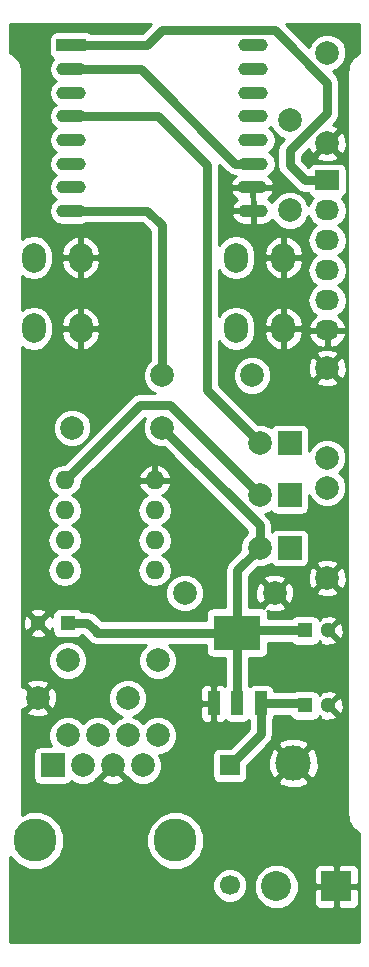
<source format=gbr>
G04 #@! TF.FileFunction,Copper,L1,Top,Signal*
%FSLAX46Y46*%
G04 Gerber Fmt 4.6, Leading zero omitted, Abs format (unit mm)*
G04 Created by KiCad (PCBNEW 4.0.7-e2-6376~58~ubuntu16.04.1) date Sat May  5 11:14:25 2018*
%MOMM*%
%LPD*%
G01*
G04 APERTURE LIST*
%ADD10C,0.100000*%
%ADD11R,2.500000X1.100000*%
%ADD12O,2.500000X1.100000*%
%ADD13O,2.000000X2.500000*%
%ADD14C,3.649980*%
%ADD15R,2.000000X2.000000*%
%ADD16C,2.000000*%
%ADD17R,2.032000X1.727200*%
%ADD18O,2.032000X1.727200*%
%ADD19R,4.000000X3.000000*%
%ADD20R,1.000000X2.000000*%
%ADD21R,2.540000X2.540000*%
%ADD22C,2.540000*%
%ADD23C,1.998980*%
%ADD24R,1.300000X1.300000*%
%ADD25C,1.300000*%
%ADD26C,1.699260*%
%ADD27R,1.699260X1.699260*%
%ADD28O,1.600000X1.600000*%
%ADD29C,3.000000*%
%ADD30C,0.800000*%
%ADD31C,0.254000*%
G04 APERTURE END LIST*
D10*
D11*
X151065000Y-67310000D03*
D12*
X151065000Y-69310000D03*
X151065000Y-71310000D03*
X151065000Y-73310000D03*
X151065000Y-75310000D03*
X151065000Y-77310000D03*
X151065000Y-79310000D03*
X151065000Y-81310000D03*
X166465000Y-81310000D03*
X166365000Y-79310000D03*
X166465000Y-77310000D03*
X166465000Y-75310000D03*
X166465000Y-73310000D03*
X166465000Y-71310000D03*
X166465000Y-69310000D03*
X166465000Y-67310000D03*
D13*
X147860000Y-85265000D03*
X151860000Y-85265000D03*
X147860000Y-91265000D03*
X151860000Y-91265000D03*
D14*
X159862520Y-134620000D03*
X147993100Y-134620000D03*
D15*
X149479000Y-128270000D03*
D16*
X150749000Y-125730000D03*
X152019000Y-128270000D03*
X153289000Y-125730000D03*
X154559000Y-128270000D03*
X155829000Y-125730000D03*
X157099000Y-128270000D03*
X158369000Y-125730000D03*
D17*
X172720000Y-78740000D03*
D18*
X172720000Y-81280000D03*
X172720000Y-83820000D03*
X172720000Y-86360000D03*
X172720000Y-88900000D03*
X172720000Y-91440000D03*
D19*
X165100000Y-117015000D03*
D20*
X165100000Y-123015000D03*
X167100000Y-123015000D03*
X163100000Y-123015000D03*
D13*
X165005000Y-85265000D03*
X169005000Y-85265000D03*
X165005000Y-91265000D03*
X169005000Y-91265000D03*
D21*
X173500000Y-138515000D03*
D22*
X168420000Y-138515000D03*
D23*
X155829000Y-122555000D03*
X148209000Y-122555000D03*
X158750000Y-99695000D03*
X151130000Y-99695000D03*
X150749000Y-119380000D03*
X158369000Y-119380000D03*
X169545000Y-81280000D03*
X169545000Y-73660000D03*
X172720000Y-75565000D03*
X172720000Y-67945000D03*
D24*
X170815000Y-123190000D03*
D25*
X172815000Y-123190000D03*
D24*
X170815000Y-116840000D03*
D25*
X172815000Y-116840000D03*
D24*
X150749000Y-116205000D03*
D25*
X148249000Y-116205000D03*
D23*
X166370000Y-95250000D03*
X158750000Y-95250000D03*
D15*
X169545000Y-105410000D03*
D16*
X167005000Y-105410000D03*
D15*
X169545000Y-100965000D03*
D16*
X167005000Y-100965000D03*
D15*
X169545000Y-109855000D03*
D16*
X167005000Y-109855000D03*
D23*
X168275000Y-113665000D03*
X160655000Y-113665000D03*
X172720000Y-94615000D03*
X172720000Y-102235000D03*
X172720000Y-112395000D03*
X172720000Y-104775000D03*
D26*
X164467540Y-138430520D03*
D27*
X164467540Y-128270520D03*
D28*
X158115000Y-111760000D03*
X158115000Y-109220000D03*
X158115000Y-106680000D03*
X158115000Y-104140000D03*
X150495000Y-104140000D03*
X150495000Y-106680000D03*
X150495000Y-109220000D03*
X150495000Y-111760000D03*
D29*
X169855000Y-128065000D03*
D30*
X165100000Y-117015000D02*
X153210000Y-117015000D01*
X152400000Y-116205000D02*
X150749000Y-116205000D01*
X153035000Y-116840000D02*
X152400000Y-116205000D01*
X153210000Y-117015000D02*
X153035000Y-116840000D01*
X170815000Y-116840000D02*
X165275000Y-116840000D01*
X165275000Y-116840000D02*
X165100000Y-117015000D01*
X165100000Y-117015000D02*
X165100000Y-111760000D01*
X165100000Y-111760000D02*
X167005000Y-109855000D01*
X165100000Y-123015000D02*
X165100000Y-117015000D01*
X165765000Y-77310000D02*
X164940000Y-77310000D01*
X156940000Y-69310000D02*
X151765000Y-69310000D01*
X164940000Y-77310000D02*
X156940000Y-69310000D01*
X151765000Y-81310000D02*
X157510000Y-81310000D01*
X158750000Y-82550000D02*
X158750000Y-95250000D01*
X157510000Y-81310000D02*
X158750000Y-82550000D01*
X167005000Y-109855000D02*
X167005000Y-107950000D01*
X167005000Y-107950000D02*
X158750000Y-99695000D01*
X163830000Y-66040000D02*
X158750000Y-66040000D01*
X168275000Y-66040000D02*
X163830000Y-66040000D01*
X169545000Y-76835000D02*
X169545000Y-76200000D01*
X170815000Y-78740000D02*
X169545000Y-77470000D01*
X169545000Y-77470000D02*
X169545000Y-76835000D01*
X172720000Y-78740000D02*
X170815000Y-78740000D01*
X172720000Y-73025000D02*
X172720000Y-70485000D01*
X169545000Y-76200000D02*
X172720000Y-73025000D01*
X172720000Y-70485000D02*
X168275000Y-66040000D01*
X157480000Y-67310000D02*
X151765000Y-67310000D01*
X158750000Y-66040000D02*
X157480000Y-67310000D01*
X150749000Y-104140000D02*
X150749000Y-103886000D01*
X150749000Y-103886000D02*
X156845000Y-97790000D01*
X159385000Y-97790000D02*
X167005000Y-105410000D01*
X156845000Y-97790000D02*
X159385000Y-97790000D01*
X151765000Y-73310000D02*
X158400000Y-73310000D01*
X162560000Y-96520000D02*
X167005000Y-100965000D01*
X162560000Y-77470000D02*
X162560000Y-96520000D01*
X158400000Y-73310000D02*
X162560000Y-77470000D01*
X172720000Y-67945000D02*
X172720000Y-68580000D01*
X172625000Y-68040000D02*
X172720000Y-67945000D01*
X167100000Y-123015000D02*
X167100000Y-125638060D01*
X167100000Y-125638060D02*
X164467540Y-128270520D01*
X167100000Y-123015000D02*
X170640000Y-123015000D01*
X170640000Y-123015000D02*
X170815000Y-123190000D01*
X164552020Y-138515000D02*
X164467540Y-138430520D01*
X168420000Y-138515000D02*
X168420000Y-138285000D01*
D31*
G36*
X157051288Y-66275000D02*
X152729975Y-66275000D01*
X152566890Y-66163569D01*
X152315000Y-66112560D01*
X149815000Y-66112560D01*
X149579683Y-66156838D01*
X149363559Y-66295910D01*
X149218569Y-66508110D01*
X149167560Y-66760000D01*
X149167560Y-67860000D01*
X149211838Y-68095317D01*
X149350910Y-68311441D01*
X149538615Y-68439694D01*
X149490149Y-68472078D01*
X149233274Y-68856520D01*
X149143071Y-69310000D01*
X149233274Y-69763480D01*
X149490149Y-70147922D01*
X149732717Y-70310000D01*
X149490149Y-70472078D01*
X149233274Y-70856520D01*
X149143071Y-71310000D01*
X149233274Y-71763480D01*
X149490149Y-72147922D01*
X149732717Y-72310000D01*
X149490149Y-72472078D01*
X149233274Y-72856520D01*
X149143071Y-73310000D01*
X149233274Y-73763480D01*
X149490149Y-74147922D01*
X149732717Y-74310000D01*
X149490149Y-74472078D01*
X149233274Y-74856520D01*
X149143071Y-75310000D01*
X149233274Y-75763480D01*
X149490149Y-76147922D01*
X149732717Y-76310000D01*
X149490149Y-76472078D01*
X149233274Y-76856520D01*
X149143071Y-77310000D01*
X149233274Y-77763480D01*
X149490149Y-78147922D01*
X149732717Y-78310000D01*
X149490149Y-78472078D01*
X149233274Y-78856520D01*
X149143071Y-79310000D01*
X149233274Y-79763480D01*
X149490149Y-80147922D01*
X149732717Y-80310000D01*
X149490149Y-80472078D01*
X149233274Y-80856520D01*
X149143071Y-81310000D01*
X149233274Y-81763480D01*
X149490149Y-82147922D01*
X149874591Y-82404797D01*
X150328071Y-82495000D01*
X151801929Y-82495000D01*
X152255409Y-82404797D01*
X152344902Y-82345000D01*
X157081288Y-82345000D01*
X157715000Y-82978711D01*
X157715000Y-93973691D01*
X157365154Y-94322927D01*
X157115794Y-94923453D01*
X157115226Y-95573694D01*
X157363538Y-96174655D01*
X157822927Y-96634846D01*
X158112290Y-96755000D01*
X156845005Y-96755000D01*
X156845000Y-96754999D01*
X156448923Y-96833785D01*
X156113144Y-97058144D01*
X156113142Y-97058147D01*
X150466139Y-102705149D01*
X149917736Y-102814233D01*
X149452189Y-103125302D01*
X149141120Y-103590849D01*
X149031887Y-104140000D01*
X149141120Y-104689151D01*
X149452189Y-105154698D01*
X149834275Y-105410000D01*
X149452189Y-105665302D01*
X149141120Y-106130849D01*
X149031887Y-106680000D01*
X149141120Y-107229151D01*
X149452189Y-107694698D01*
X149834275Y-107950000D01*
X149452189Y-108205302D01*
X149141120Y-108670849D01*
X149031887Y-109220000D01*
X149141120Y-109769151D01*
X149452189Y-110234698D01*
X149834275Y-110490000D01*
X149452189Y-110745302D01*
X149141120Y-111210849D01*
X149031887Y-111760000D01*
X149141120Y-112309151D01*
X149452189Y-112774698D01*
X149917736Y-113085767D01*
X150466887Y-113195000D01*
X150523113Y-113195000D01*
X151072264Y-113085767D01*
X151537811Y-112774698D01*
X151848880Y-112309151D01*
X151958113Y-111760000D01*
X151848880Y-111210849D01*
X151537811Y-110745302D01*
X151155725Y-110490000D01*
X151537811Y-110234698D01*
X151848880Y-109769151D01*
X151958113Y-109220000D01*
X151848880Y-108670849D01*
X151537811Y-108205302D01*
X151155725Y-107950000D01*
X151537811Y-107694698D01*
X151848880Y-107229151D01*
X151958113Y-106680000D01*
X156651887Y-106680000D01*
X156761120Y-107229151D01*
X157072189Y-107694698D01*
X157454275Y-107950000D01*
X157072189Y-108205302D01*
X156761120Y-108670849D01*
X156651887Y-109220000D01*
X156761120Y-109769151D01*
X157072189Y-110234698D01*
X157454275Y-110490000D01*
X157072189Y-110745302D01*
X156761120Y-111210849D01*
X156651887Y-111760000D01*
X156761120Y-112309151D01*
X157072189Y-112774698D01*
X157537736Y-113085767D01*
X158086887Y-113195000D01*
X158143113Y-113195000D01*
X158692264Y-113085767D01*
X159157811Y-112774698D01*
X159468880Y-112309151D01*
X159578113Y-111760000D01*
X159468880Y-111210849D01*
X159157811Y-110745302D01*
X158775725Y-110490000D01*
X159157811Y-110234698D01*
X159468880Y-109769151D01*
X159578113Y-109220000D01*
X159468880Y-108670849D01*
X159157811Y-108205302D01*
X158775725Y-107950000D01*
X159157811Y-107694698D01*
X159468880Y-107229151D01*
X159578113Y-106680000D01*
X159468880Y-106130849D01*
X159157811Y-105665302D01*
X158753297Y-105395014D01*
X158970134Y-105292389D01*
X159346041Y-104877423D01*
X159506904Y-104489039D01*
X159384915Y-104267000D01*
X158242000Y-104267000D01*
X158242000Y-104287000D01*
X157988000Y-104287000D01*
X157988000Y-104267000D01*
X156845085Y-104267000D01*
X156723096Y-104489039D01*
X156883959Y-104877423D01*
X157259866Y-105292389D01*
X157476703Y-105395014D01*
X157072189Y-105665302D01*
X156761120Y-106130849D01*
X156651887Y-106680000D01*
X151958113Y-106680000D01*
X151848880Y-106130849D01*
X151537811Y-105665302D01*
X151155725Y-105410000D01*
X151537811Y-105154698D01*
X151848880Y-104689151D01*
X151957964Y-104140748D01*
X152307750Y-103790961D01*
X156723096Y-103790961D01*
X156845085Y-104013000D01*
X157988000Y-104013000D01*
X157988000Y-102869371D01*
X158242000Y-102869371D01*
X158242000Y-104013000D01*
X159384915Y-104013000D01*
X159506904Y-103790961D01*
X159346041Y-103402577D01*
X158970134Y-102987611D01*
X158464041Y-102748086D01*
X158242000Y-102869371D01*
X157988000Y-102869371D01*
X157765959Y-102748086D01*
X157259866Y-102987611D01*
X156883959Y-103402577D01*
X156723096Y-103790961D01*
X152307750Y-103790961D01*
X157273711Y-98825000D01*
X157341455Y-98825000D01*
X157115794Y-99368453D01*
X157115226Y-100018694D01*
X157363538Y-100619655D01*
X157822927Y-101079846D01*
X158423453Y-101329206D01*
X158920929Y-101329641D01*
X165970000Y-108378711D01*
X165970000Y-108577971D01*
X165619722Y-108927637D01*
X165370284Y-109528352D01*
X165369849Y-110026439D01*
X164368144Y-111028144D01*
X164143785Y-111363923D01*
X164064999Y-111760000D01*
X164065000Y-111760005D01*
X164065000Y-114867560D01*
X163100000Y-114867560D01*
X162864683Y-114911838D01*
X162648559Y-115050910D01*
X162503569Y-115263110D01*
X162452560Y-115515000D01*
X162452560Y-115980000D01*
X153638711Y-115980000D01*
X153131856Y-115473144D01*
X152796077Y-115248785D01*
X152400000Y-115169999D01*
X152399995Y-115170000D01*
X151905844Y-115170000D01*
X151863090Y-115103559D01*
X151650890Y-114958569D01*
X151399000Y-114907560D01*
X150099000Y-114907560D01*
X149863683Y-114951838D01*
X149647559Y-115090910D01*
X149502569Y-115303110D01*
X149451560Y-115555000D01*
X149451560Y-115717385D01*
X149378611Y-115541271D01*
X149148016Y-115485590D01*
X148428605Y-116205000D01*
X149148016Y-116924410D01*
X149378611Y-116868729D01*
X149451560Y-116659098D01*
X149451560Y-116855000D01*
X149495838Y-117090317D01*
X149634910Y-117306441D01*
X149847110Y-117451431D01*
X150099000Y-117502440D01*
X151399000Y-117502440D01*
X151634317Y-117458162D01*
X151850441Y-117319090D01*
X151904481Y-117240000D01*
X151971288Y-117240000D01*
X152303142Y-117571853D01*
X152303144Y-117571856D01*
X152478142Y-117746853D01*
X152478144Y-117746856D01*
X152669926Y-117875000D01*
X152813922Y-117971215D01*
X153210000Y-118050000D01*
X157387784Y-118050000D01*
X156984154Y-118452927D01*
X156734794Y-119053453D01*
X156734226Y-119703694D01*
X156982538Y-120304655D01*
X157441927Y-120764846D01*
X158042453Y-121014206D01*
X158692694Y-121014774D01*
X159293655Y-120766462D01*
X159753846Y-120307073D01*
X160003206Y-119706547D01*
X160003774Y-119056306D01*
X159755462Y-118455345D01*
X159350823Y-118050000D01*
X162452560Y-118050000D01*
X162452560Y-118515000D01*
X162496838Y-118750317D01*
X162635910Y-118966441D01*
X162848110Y-119111431D01*
X163100000Y-119162440D01*
X164065000Y-119162440D01*
X164065000Y-121581974D01*
X163959698Y-121476673D01*
X163726309Y-121380000D01*
X163385750Y-121380000D01*
X163227000Y-121538750D01*
X163227000Y-122888000D01*
X163247000Y-122888000D01*
X163247000Y-123142000D01*
X163227000Y-123142000D01*
X163227000Y-124491250D01*
X163385750Y-124650000D01*
X163726309Y-124650000D01*
X163959698Y-124553327D01*
X164100936Y-124412090D01*
X164135910Y-124466441D01*
X164348110Y-124611431D01*
X164600000Y-124662440D01*
X165600000Y-124662440D01*
X165835317Y-124618162D01*
X166051441Y-124479090D01*
X166065000Y-124459246D01*
X166065000Y-125209349D01*
X164500898Y-126773450D01*
X163617910Y-126773450D01*
X163382593Y-126817728D01*
X163166469Y-126956800D01*
X163021479Y-127169000D01*
X162970470Y-127420890D01*
X162970470Y-129120150D01*
X163014748Y-129355467D01*
X163153820Y-129571591D01*
X163366020Y-129716581D01*
X163617910Y-129767590D01*
X165317170Y-129767590D01*
X165552487Y-129723312D01*
X165768611Y-129584240D01*
X165772211Y-129578970D01*
X168520635Y-129578970D01*
X168680418Y-129897739D01*
X169471187Y-130207723D01*
X170320387Y-130191497D01*
X171029582Y-129897739D01*
X171189365Y-129578970D01*
X169855000Y-128244605D01*
X168520635Y-129578970D01*
X165772211Y-129578970D01*
X165913601Y-129372040D01*
X165964610Y-129120150D01*
X165964610Y-128237162D01*
X166520584Y-127681187D01*
X167712277Y-127681187D01*
X167728503Y-128530387D01*
X168022261Y-129239582D01*
X168341030Y-129399365D01*
X169675395Y-128065000D01*
X170034605Y-128065000D01*
X171368970Y-129399365D01*
X171687739Y-129239582D01*
X171997723Y-128448813D01*
X171981497Y-127599613D01*
X171687739Y-126890418D01*
X171368970Y-126730635D01*
X170034605Y-128065000D01*
X169675395Y-128065000D01*
X168341030Y-126730635D01*
X168022261Y-126890418D01*
X167712277Y-127681187D01*
X166520584Y-127681187D01*
X167650741Y-126551030D01*
X168520635Y-126551030D01*
X169855000Y-127885395D01*
X171189365Y-126551030D01*
X171029582Y-126232261D01*
X170238813Y-125922277D01*
X169389613Y-125938503D01*
X168680418Y-126232261D01*
X168520635Y-126551030D01*
X167650741Y-126551030D01*
X167831853Y-126369918D01*
X167831856Y-126369916D01*
X168056215Y-126034137D01*
X168075238Y-125938503D01*
X168135001Y-125638060D01*
X168135000Y-125638055D01*
X168135000Y-124356797D01*
X168196431Y-124266890D01*
X168240352Y-124050000D01*
X169557074Y-124050000D01*
X169561838Y-124075317D01*
X169700910Y-124291441D01*
X169913110Y-124436431D01*
X170165000Y-124487440D01*
X171465000Y-124487440D01*
X171700317Y-124443162D01*
X171916441Y-124304090D01*
X171993937Y-124190671D01*
X172095590Y-124089018D01*
X172151271Y-124319611D01*
X172634078Y-124487622D01*
X173144428Y-124458083D01*
X173478729Y-124319611D01*
X173534410Y-124089016D01*
X172815000Y-123369605D01*
X172800858Y-123383748D01*
X172621252Y-123204142D01*
X172635395Y-123190000D01*
X172994605Y-123190000D01*
X173714016Y-123909410D01*
X173944611Y-123853729D01*
X174112622Y-123370922D01*
X174083083Y-122860572D01*
X173944611Y-122526271D01*
X173714016Y-122470590D01*
X172994605Y-123190000D01*
X172635395Y-123190000D01*
X172621252Y-123175858D01*
X172800858Y-122996252D01*
X172815000Y-123010395D01*
X173534410Y-122290984D01*
X173478729Y-122060389D01*
X172995922Y-121892378D01*
X172485572Y-121921917D01*
X172151271Y-122060389D01*
X172095590Y-122290982D01*
X171993928Y-122189320D01*
X171929090Y-122088559D01*
X171716890Y-121943569D01*
X171465000Y-121892560D01*
X170165000Y-121892560D01*
X169929683Y-121936838D01*
X169862607Y-121980000D01*
X168240854Y-121980000D01*
X168203162Y-121779683D01*
X168064090Y-121563559D01*
X167851890Y-121418569D01*
X167600000Y-121367560D01*
X166600000Y-121367560D01*
X166364683Y-121411838D01*
X166148559Y-121550910D01*
X166135000Y-121570754D01*
X166135000Y-119162440D01*
X167100000Y-119162440D01*
X167335317Y-119118162D01*
X167551441Y-118979090D01*
X167696431Y-118766890D01*
X167747440Y-118515000D01*
X167747440Y-117875000D01*
X169658156Y-117875000D01*
X169700910Y-117941441D01*
X169913110Y-118086431D01*
X170165000Y-118137440D01*
X171465000Y-118137440D01*
X171700317Y-118093162D01*
X171916441Y-117954090D01*
X171993937Y-117840671D01*
X172095590Y-117739018D01*
X172151271Y-117969611D01*
X172634078Y-118137622D01*
X173144428Y-118108083D01*
X173478729Y-117969611D01*
X173534410Y-117739016D01*
X172815000Y-117019605D01*
X172800858Y-117033748D01*
X172621252Y-116854142D01*
X172635395Y-116840000D01*
X172994605Y-116840000D01*
X173714016Y-117559410D01*
X173944611Y-117503729D01*
X174112622Y-117020922D01*
X174083083Y-116510572D01*
X173944611Y-116176271D01*
X173714016Y-116120590D01*
X172994605Y-116840000D01*
X172635395Y-116840000D01*
X172621252Y-116825858D01*
X172800858Y-116646252D01*
X172815000Y-116660395D01*
X173534410Y-115940984D01*
X173478729Y-115710389D01*
X172995922Y-115542378D01*
X172485572Y-115571917D01*
X172151271Y-115710389D01*
X172095590Y-115940982D01*
X171993928Y-115839320D01*
X171929090Y-115738559D01*
X171716890Y-115593569D01*
X171465000Y-115542560D01*
X170165000Y-115542560D01*
X169929683Y-115586838D01*
X169713559Y-115725910D01*
X169659519Y-115805000D01*
X167747440Y-115805000D01*
X167747440Y-115515000D01*
X167703162Y-115279683D01*
X167632565Y-115169973D01*
X168010582Y-115310401D01*
X168660377Y-115286341D01*
X169148958Y-115083965D01*
X169247557Y-114817163D01*
X168275000Y-113844605D01*
X167302443Y-114817163D01*
X167338950Y-114915949D01*
X167100000Y-114867560D01*
X166135000Y-114867560D01*
X166135000Y-113400582D01*
X166629599Y-113400582D01*
X166653659Y-114050377D01*
X166856035Y-114538958D01*
X167122837Y-114637557D01*
X168095395Y-113665000D01*
X168454605Y-113665000D01*
X169427163Y-114637557D01*
X169693965Y-114538958D01*
X169920401Y-113929418D01*
X169906248Y-113547163D01*
X171747443Y-113547163D01*
X171846042Y-113813965D01*
X172455582Y-114040401D01*
X173105377Y-114016341D01*
X173593958Y-113813965D01*
X173692557Y-113547163D01*
X172720000Y-112574605D01*
X171747443Y-113547163D01*
X169906248Y-113547163D01*
X169896341Y-113279623D01*
X169693965Y-112791042D01*
X169427163Y-112692443D01*
X168454605Y-113665000D01*
X168095395Y-113665000D01*
X167122837Y-112692443D01*
X166856035Y-112791042D01*
X166629599Y-113400582D01*
X166135000Y-113400582D01*
X166135000Y-112512837D01*
X167302443Y-112512837D01*
X168275000Y-113485395D01*
X169247557Y-112512837D01*
X169148958Y-112246035D01*
X168838172Y-112130582D01*
X171074599Y-112130582D01*
X171098659Y-112780377D01*
X171301035Y-113268958D01*
X171567837Y-113367557D01*
X172540395Y-112395000D01*
X172899605Y-112395000D01*
X173872163Y-113367557D01*
X174138965Y-113268958D01*
X174365401Y-112659418D01*
X174341341Y-112009623D01*
X174138965Y-111521042D01*
X173872163Y-111422443D01*
X172899605Y-112395000D01*
X172540395Y-112395000D01*
X171567837Y-111422443D01*
X171301035Y-111521042D01*
X171074599Y-112130582D01*
X168838172Y-112130582D01*
X168539418Y-112019599D01*
X167889623Y-112043659D01*
X167401042Y-112246035D01*
X167302443Y-112512837D01*
X166135000Y-112512837D01*
X166135000Y-112188712D01*
X166833860Y-111489852D01*
X167328795Y-111490284D01*
X167929943Y-111241894D01*
X167996574Y-111175379D01*
X168080910Y-111306441D01*
X168293110Y-111451431D01*
X168545000Y-111502440D01*
X170545000Y-111502440D01*
X170780317Y-111458162D01*
X170996441Y-111319090D01*
X171048542Y-111242837D01*
X171747443Y-111242837D01*
X172720000Y-112215395D01*
X173692557Y-111242837D01*
X173593958Y-110976035D01*
X172984418Y-110749599D01*
X172334623Y-110773659D01*
X171846042Y-110976035D01*
X171747443Y-111242837D01*
X171048542Y-111242837D01*
X171141431Y-111106890D01*
X171192440Y-110855000D01*
X171192440Y-108855000D01*
X171148162Y-108619683D01*
X171009090Y-108403559D01*
X170796890Y-108258569D01*
X170545000Y-108207560D01*
X168545000Y-108207560D01*
X168309683Y-108251838D01*
X168093559Y-108390910D01*
X168040000Y-108469296D01*
X168040000Y-107950005D01*
X168040001Y-107950000D01*
X167961215Y-107553923D01*
X167736856Y-107218144D01*
X167736853Y-107218142D01*
X167495227Y-106976516D01*
X167929943Y-106796894D01*
X167996574Y-106730379D01*
X168080910Y-106861441D01*
X168293110Y-107006431D01*
X168545000Y-107057440D01*
X170545000Y-107057440D01*
X170780317Y-107013162D01*
X170996441Y-106874090D01*
X171141431Y-106661890D01*
X171192440Y-106410000D01*
X171192440Y-105358172D01*
X171333538Y-105699655D01*
X171792927Y-106159846D01*
X172393453Y-106409206D01*
X173043694Y-106409774D01*
X173644655Y-106161462D01*
X174104846Y-105702073D01*
X174354206Y-105101547D01*
X174354774Y-104451306D01*
X174106462Y-103850345D01*
X173761520Y-103504801D01*
X174104846Y-103162073D01*
X174354206Y-102561547D01*
X174354774Y-101911306D01*
X174106462Y-101310345D01*
X173647073Y-100850154D01*
X173046547Y-100600794D01*
X172396306Y-100600226D01*
X171795345Y-100848538D01*
X171335154Y-101307927D01*
X171192440Y-101651621D01*
X171192440Y-99965000D01*
X171148162Y-99729683D01*
X171009090Y-99513559D01*
X170796890Y-99368569D01*
X170545000Y-99317560D01*
X168545000Y-99317560D01*
X168309683Y-99361838D01*
X168093559Y-99500910D01*
X167996090Y-99643561D01*
X167932363Y-99579722D01*
X167331648Y-99330284D01*
X166833560Y-99329849D01*
X163595000Y-96091288D01*
X163595000Y-95573694D01*
X164735226Y-95573694D01*
X164983538Y-96174655D01*
X165442927Y-96634846D01*
X166043453Y-96884206D01*
X166693694Y-96884774D01*
X167294655Y-96636462D01*
X167754846Y-96177073D01*
X167925055Y-95767163D01*
X171747443Y-95767163D01*
X171846042Y-96033965D01*
X172455582Y-96260401D01*
X173105377Y-96236341D01*
X173593958Y-96033965D01*
X173692557Y-95767163D01*
X172720000Y-94794605D01*
X171747443Y-95767163D01*
X167925055Y-95767163D01*
X168004206Y-95576547D01*
X168004774Y-94926306D01*
X167766890Y-94350582D01*
X171074599Y-94350582D01*
X171098659Y-95000377D01*
X171301035Y-95488958D01*
X171567837Y-95587557D01*
X172540395Y-94615000D01*
X172899605Y-94615000D01*
X173872163Y-95587557D01*
X174138965Y-95488958D01*
X174365401Y-94879418D01*
X174341341Y-94229623D01*
X174138965Y-93741042D01*
X173872163Y-93642443D01*
X172899605Y-94615000D01*
X172540395Y-94615000D01*
X171567837Y-93642443D01*
X171301035Y-93741042D01*
X171074599Y-94350582D01*
X167766890Y-94350582D01*
X167756462Y-94325345D01*
X167297073Y-93865154D01*
X166696547Y-93615794D01*
X166046306Y-93615226D01*
X165445345Y-93863538D01*
X164985154Y-94322927D01*
X164735794Y-94923453D01*
X164735226Y-95573694D01*
X163595000Y-95573694D01*
X163595000Y-93462837D01*
X171747443Y-93462837D01*
X172720000Y-94435395D01*
X173692557Y-93462837D01*
X173593958Y-93196035D01*
X172984418Y-92969599D01*
X172334623Y-92993659D01*
X171846042Y-93196035D01*
X171747443Y-93462837D01*
X163595000Y-93462837D01*
X163595000Y-92328090D01*
X163848880Y-92708049D01*
X164379313Y-93062472D01*
X165005000Y-93186929D01*
X165630687Y-93062472D01*
X166161120Y-92708049D01*
X166515543Y-92177616D01*
X166620486Y-91650030D01*
X167366185Y-91650030D01*
X167542606Y-92266899D01*
X167941663Y-92769298D01*
X168502604Y-93080742D01*
X168624566Y-93105124D01*
X168878000Y-92985777D01*
X168878000Y-91392000D01*
X169132000Y-91392000D01*
X169132000Y-92985777D01*
X169385434Y-93105124D01*
X169507396Y-93080742D01*
X170068337Y-92769298D01*
X170467394Y-92266899D01*
X170601202Y-91799026D01*
X171112642Y-91799026D01*
X171115291Y-91814791D01*
X171369268Y-92342036D01*
X171805680Y-92731954D01*
X172358087Y-92925184D01*
X172593000Y-92780924D01*
X172593000Y-91567000D01*
X172847000Y-91567000D01*
X172847000Y-92780924D01*
X173081913Y-92925184D01*
X173634320Y-92731954D01*
X174070732Y-92342036D01*
X174324709Y-91814791D01*
X174327358Y-91799026D01*
X174206217Y-91567000D01*
X172847000Y-91567000D01*
X172593000Y-91567000D01*
X171233783Y-91567000D01*
X171112642Y-91799026D01*
X170601202Y-91799026D01*
X170643815Y-91650030D01*
X170486012Y-91392000D01*
X169132000Y-91392000D01*
X168878000Y-91392000D01*
X167523988Y-91392000D01*
X167366185Y-91650030D01*
X166620486Y-91650030D01*
X166640000Y-91551929D01*
X166640000Y-90978071D01*
X166620487Y-90879970D01*
X167366185Y-90879970D01*
X167523988Y-91138000D01*
X168878000Y-91138000D01*
X168878000Y-89544223D01*
X169132000Y-89544223D01*
X169132000Y-91138000D01*
X170486012Y-91138000D01*
X170643815Y-90879970D01*
X170467394Y-90263101D01*
X170068337Y-89760702D01*
X169507396Y-89449258D01*
X169385434Y-89424876D01*
X169132000Y-89544223D01*
X168878000Y-89544223D01*
X168624566Y-89424876D01*
X168502604Y-89449258D01*
X167941663Y-89760702D01*
X167542606Y-90263101D01*
X167366185Y-90879970D01*
X166620487Y-90879970D01*
X166515543Y-90352384D01*
X166161120Y-89821951D01*
X165630687Y-89467528D01*
X165005000Y-89343071D01*
X164379313Y-89467528D01*
X163848880Y-89821951D01*
X163595000Y-90201910D01*
X163595000Y-86328090D01*
X163848880Y-86708049D01*
X164379313Y-87062472D01*
X165005000Y-87186929D01*
X165630687Y-87062472D01*
X166161120Y-86708049D01*
X166515543Y-86177616D01*
X166620486Y-85650030D01*
X167366185Y-85650030D01*
X167542606Y-86266899D01*
X167941663Y-86769298D01*
X168502604Y-87080742D01*
X168624566Y-87105124D01*
X168878000Y-86985777D01*
X168878000Y-85392000D01*
X169132000Y-85392000D01*
X169132000Y-86985777D01*
X169385434Y-87105124D01*
X169507396Y-87080742D01*
X170068337Y-86769298D01*
X170467394Y-86266899D01*
X170643815Y-85650030D01*
X170486012Y-85392000D01*
X169132000Y-85392000D01*
X168878000Y-85392000D01*
X167523988Y-85392000D01*
X167366185Y-85650030D01*
X166620486Y-85650030D01*
X166640000Y-85551929D01*
X166640000Y-84978071D01*
X166620487Y-84879970D01*
X167366185Y-84879970D01*
X167523988Y-85138000D01*
X168878000Y-85138000D01*
X168878000Y-83544223D01*
X169132000Y-83544223D01*
X169132000Y-85138000D01*
X170486012Y-85138000D01*
X170643815Y-84879970D01*
X170467394Y-84263101D01*
X170068337Y-83760702D01*
X169507396Y-83449258D01*
X169385434Y-83424876D01*
X169132000Y-83544223D01*
X168878000Y-83544223D01*
X168624566Y-83424876D01*
X168502604Y-83449258D01*
X167941663Y-83760702D01*
X167542606Y-84263101D01*
X167366185Y-84879970D01*
X166620487Y-84879970D01*
X166515543Y-84352384D01*
X166161120Y-83821951D01*
X165630687Y-83467528D01*
X165005000Y-83343071D01*
X164379313Y-83467528D01*
X163848880Y-83821951D01*
X163595000Y-84201910D01*
X163595000Y-81619744D01*
X164621197Y-81619744D01*
X164621602Y-81646146D01*
X164837276Y-82058118D01*
X165194187Y-82356196D01*
X165638000Y-82495000D01*
X166338000Y-82495000D01*
X166338000Y-81437000D01*
X164746639Y-81437000D01*
X164621197Y-81619744D01*
X163595000Y-81619744D01*
X163595000Y-79619744D01*
X164521197Y-79619744D01*
X164521602Y-79646146D01*
X164737276Y-80058118D01*
X165088873Y-80351758D01*
X164837276Y-80561882D01*
X164621602Y-80973854D01*
X164621197Y-81000256D01*
X164746639Y-81183000D01*
X166338000Y-81183000D01*
X166338000Y-80125000D01*
X166238000Y-80125000D01*
X166238000Y-79437000D01*
X164646639Y-79437000D01*
X164521197Y-79619744D01*
X163595000Y-79619744D01*
X163595000Y-77470000D01*
X163584748Y-77418459D01*
X164208142Y-78041853D01*
X164208144Y-78041856D01*
X164543923Y-78266215D01*
X164940000Y-78345000D01*
X164996965Y-78345000D01*
X164737276Y-78561882D01*
X164521602Y-78973854D01*
X164521197Y-79000256D01*
X164646639Y-79183000D01*
X166238000Y-79183000D01*
X166238000Y-79163000D01*
X166492000Y-79163000D01*
X166492000Y-79183000D01*
X168083361Y-79183000D01*
X168208803Y-79000256D01*
X168208398Y-78973854D01*
X167992724Y-78561882D01*
X167738309Y-78349405D01*
X168039851Y-78147922D01*
X168296726Y-77763480D01*
X168386929Y-77310000D01*
X168296726Y-76856520D01*
X168039851Y-76472078D01*
X167797283Y-76310000D01*
X168039851Y-76147922D01*
X168296726Y-75763480D01*
X168386929Y-75310000D01*
X168296726Y-74856520D01*
X168039851Y-74472078D01*
X167797283Y-74310000D01*
X167991447Y-74180264D01*
X168158538Y-74584655D01*
X168617927Y-75044846D01*
X169054967Y-75226321D01*
X168813144Y-75468144D01*
X168588785Y-75803923D01*
X168509999Y-76200000D01*
X168510000Y-76200005D01*
X168510000Y-77469995D01*
X168509999Y-77470000D01*
X168588785Y-77866077D01*
X168813144Y-78201856D01*
X170083142Y-79471853D01*
X170083144Y-79471856D01*
X170280314Y-79603600D01*
X170418922Y-79696215D01*
X170815000Y-79775001D01*
X170815005Y-79775000D01*
X171088811Y-79775000D01*
X171100838Y-79838917D01*
X171239910Y-80055041D01*
X171452110Y-80200031D01*
X171493439Y-80208400D01*
X171475585Y-80220330D01*
X171150729Y-80706511D01*
X171126627Y-80827680D01*
X170931462Y-80355345D01*
X170472073Y-79895154D01*
X169871547Y-79645794D01*
X169221306Y-79645226D01*
X168620345Y-79893538D01*
X168160154Y-80352927D01*
X168078367Y-80549892D01*
X167741127Y-80268242D01*
X167992724Y-80058118D01*
X168208398Y-79646146D01*
X168208803Y-79619744D01*
X168083361Y-79437000D01*
X166492000Y-79437000D01*
X166492000Y-80495000D01*
X166592000Y-80495000D01*
X166592000Y-81183000D01*
X166612000Y-81183000D01*
X166612000Y-81437000D01*
X166592000Y-81437000D01*
X166592000Y-82495000D01*
X167292000Y-82495000D01*
X167735813Y-82356196D01*
X168092724Y-82058118D01*
X168095667Y-82052496D01*
X168158538Y-82204655D01*
X168617927Y-82664846D01*
X169218453Y-82914206D01*
X169868694Y-82914774D01*
X170469655Y-82666462D01*
X170929846Y-82207073D01*
X171126742Y-81732896D01*
X171150729Y-81853489D01*
X171475585Y-82339670D01*
X171790366Y-82550000D01*
X171475585Y-82760330D01*
X171150729Y-83246511D01*
X171036655Y-83820000D01*
X171150729Y-84393489D01*
X171475585Y-84879670D01*
X171790366Y-85090000D01*
X171475585Y-85300330D01*
X171150729Y-85786511D01*
X171036655Y-86360000D01*
X171150729Y-86933489D01*
X171475585Y-87419670D01*
X171790366Y-87630000D01*
X171475585Y-87840330D01*
X171150729Y-88326511D01*
X171036655Y-88900000D01*
X171150729Y-89473489D01*
X171475585Y-89959670D01*
X171785069Y-90166461D01*
X171369268Y-90537964D01*
X171115291Y-91065209D01*
X171112642Y-91080974D01*
X171233783Y-91313000D01*
X172593000Y-91313000D01*
X172593000Y-91293000D01*
X172847000Y-91293000D01*
X172847000Y-91313000D01*
X174206217Y-91313000D01*
X174327358Y-91080974D01*
X174324709Y-91065209D01*
X174070732Y-90537964D01*
X173654931Y-90166461D01*
X173964415Y-89959670D01*
X174289271Y-89473489D01*
X174403345Y-88900000D01*
X174289271Y-88326511D01*
X173964415Y-87840330D01*
X173649634Y-87630000D01*
X173964415Y-87419670D01*
X174289271Y-86933489D01*
X174403345Y-86360000D01*
X174289271Y-85786511D01*
X173964415Y-85300330D01*
X173649634Y-85090000D01*
X173964415Y-84879670D01*
X174289271Y-84393489D01*
X174403345Y-83820000D01*
X174289271Y-83246511D01*
X173964415Y-82760330D01*
X173649634Y-82550000D01*
X173964415Y-82339670D01*
X174289271Y-81853489D01*
X174403345Y-81280000D01*
X174289271Y-80706511D01*
X173964415Y-80220330D01*
X173950087Y-80210757D01*
X173971317Y-80206762D01*
X174187441Y-80067690D01*
X174332431Y-79855490D01*
X174383440Y-79603600D01*
X174383440Y-77876400D01*
X174339162Y-77641083D01*
X174200090Y-77424959D01*
X173987890Y-77279969D01*
X173736000Y-77228960D01*
X171704000Y-77228960D01*
X171468683Y-77273238D01*
X171252559Y-77412310D01*
X171130159Y-77591448D01*
X170580000Y-77041288D01*
X170580000Y-76717163D01*
X171747443Y-76717163D01*
X171846042Y-76983965D01*
X172455582Y-77210401D01*
X173105377Y-77186341D01*
X173593958Y-76983965D01*
X173692557Y-76717163D01*
X172720000Y-75744605D01*
X171747443Y-76717163D01*
X170580000Y-76717163D01*
X170580000Y-76628712D01*
X171145427Y-76063285D01*
X171301035Y-76438958D01*
X171567837Y-76537557D01*
X172540395Y-75565000D01*
X172899605Y-75565000D01*
X173872163Y-76537557D01*
X174138965Y-76438958D01*
X174365401Y-75829418D01*
X174341341Y-75179623D01*
X174138965Y-74691042D01*
X173872163Y-74592443D01*
X172899605Y-75565000D01*
X172540395Y-75565000D01*
X172526253Y-75550858D01*
X172705858Y-75371253D01*
X172720000Y-75385395D01*
X173692557Y-74412837D01*
X173593958Y-74146035D01*
X173206581Y-74002130D01*
X173451853Y-73756858D01*
X173451856Y-73756856D01*
X173676215Y-73421077D01*
X173698310Y-73310000D01*
X173755001Y-73025000D01*
X173755000Y-73024995D01*
X173755000Y-70485000D01*
X173676215Y-70088923D01*
X173676215Y-70088922D01*
X173586349Y-69954429D01*
X173451856Y-69753144D01*
X173451853Y-69753142D01*
X173209836Y-69511125D01*
X173644655Y-69331462D01*
X174104846Y-68872073D01*
X174354206Y-68271547D01*
X174354774Y-67621306D01*
X174106462Y-67020345D01*
X173647073Y-66560154D01*
X173046547Y-66310794D01*
X172396306Y-66310226D01*
X171795345Y-66558538D01*
X171335154Y-67017927D01*
X171153679Y-67454968D01*
X169230712Y-65532000D01*
X175415000Y-65532000D01*
X175415000Y-67950027D01*
X175357429Y-67973874D01*
X175041118Y-68185226D01*
X175041117Y-68185227D01*
X174845228Y-68381115D01*
X174633874Y-68697429D01*
X174610027Y-68755000D01*
X174527859Y-68953370D01*
X174453642Y-69326487D01*
X174453642Y-69396416D01*
X174440000Y-69465000D01*
X174440000Y-132465000D01*
X174453642Y-132533584D01*
X174453642Y-132603513D01*
X174527859Y-132976630D01*
X174557070Y-133047151D01*
X174633874Y-133232571D01*
X174845228Y-133548885D01*
X175041004Y-133744660D01*
X175041116Y-133744772D01*
X175357429Y-133956126D01*
X175415000Y-133979973D01*
X175415000Y-143255000D01*
X145895000Y-143255000D01*
X145895000Y-138724536D01*
X162982652Y-138724536D01*
X163208198Y-139270397D01*
X163625466Y-139688394D01*
X164170933Y-139914892D01*
X164761556Y-139915408D01*
X165307417Y-139689862D01*
X165725414Y-139272594D01*
X165883340Y-138892265D01*
X166514670Y-138892265D01*
X166804078Y-139592686D01*
X167339495Y-140129039D01*
X168039410Y-140419668D01*
X168797265Y-140420330D01*
X169497686Y-140130922D01*
X170034039Y-139595505D01*
X170324668Y-138895590D01*
X170324750Y-138800750D01*
X171595000Y-138800750D01*
X171595000Y-139911310D01*
X171691673Y-140144699D01*
X171870302Y-140323327D01*
X172103691Y-140420000D01*
X173214250Y-140420000D01*
X173373000Y-140261250D01*
X173373000Y-138642000D01*
X173627000Y-138642000D01*
X173627000Y-140261250D01*
X173785750Y-140420000D01*
X174896309Y-140420000D01*
X175129698Y-140323327D01*
X175308327Y-140144699D01*
X175405000Y-139911310D01*
X175405000Y-138800750D01*
X175246250Y-138642000D01*
X173627000Y-138642000D01*
X173373000Y-138642000D01*
X171753750Y-138642000D01*
X171595000Y-138800750D01*
X170324750Y-138800750D01*
X170325330Y-138137735D01*
X170035922Y-137437314D01*
X169717855Y-137118690D01*
X171595000Y-137118690D01*
X171595000Y-138229250D01*
X171753750Y-138388000D01*
X173373000Y-138388000D01*
X173373000Y-136768750D01*
X173627000Y-136768750D01*
X173627000Y-138388000D01*
X175246250Y-138388000D01*
X175405000Y-138229250D01*
X175405000Y-137118690D01*
X175308327Y-136885301D01*
X175129698Y-136706673D01*
X174896309Y-136610000D01*
X173785750Y-136610000D01*
X173627000Y-136768750D01*
X173373000Y-136768750D01*
X173214250Y-136610000D01*
X172103691Y-136610000D01*
X171870302Y-136706673D01*
X171691673Y-136885301D01*
X171595000Y-137118690D01*
X169717855Y-137118690D01*
X169500505Y-136900961D01*
X168800590Y-136610332D01*
X168042735Y-136609670D01*
X167342314Y-136899078D01*
X166805961Y-137434495D01*
X166515332Y-138134410D01*
X166514670Y-138892265D01*
X165883340Y-138892265D01*
X165951912Y-138727127D01*
X165952428Y-138136504D01*
X165726882Y-137590643D01*
X165309614Y-137172646D01*
X164764147Y-136946148D01*
X164173524Y-136945632D01*
X163627663Y-137171178D01*
X163209666Y-137588446D01*
X162983168Y-138133913D01*
X162982652Y-138724536D01*
X145895000Y-138724536D01*
X145895000Y-135984047D01*
X145906406Y-136011652D01*
X146597808Y-136704262D01*
X147501631Y-137079562D01*
X148480275Y-137080416D01*
X149384752Y-136706694D01*
X150077362Y-136015292D01*
X150452662Y-135111469D01*
X150452665Y-135107175D01*
X157402104Y-135107175D01*
X157775826Y-136011652D01*
X158467228Y-136704262D01*
X159371051Y-137079562D01*
X160349695Y-137080416D01*
X161254172Y-136706694D01*
X161946782Y-136015292D01*
X162322082Y-135111469D01*
X162322936Y-134132825D01*
X161949214Y-133228348D01*
X161257812Y-132535738D01*
X160353989Y-132160438D01*
X159375345Y-132159584D01*
X158470868Y-132533306D01*
X157778258Y-133224708D01*
X157402958Y-134128531D01*
X157402104Y-135107175D01*
X150452665Y-135107175D01*
X150453516Y-134132825D01*
X150079794Y-133228348D01*
X149388392Y-132535738D01*
X148484569Y-132160438D01*
X147505925Y-132159584D01*
X146870000Y-132422343D01*
X146870000Y-127270000D01*
X147831560Y-127270000D01*
X147831560Y-129270000D01*
X147875838Y-129505317D01*
X148014910Y-129721441D01*
X148227110Y-129866431D01*
X148479000Y-129917440D01*
X150479000Y-129917440D01*
X150714317Y-129873162D01*
X150930441Y-129734090D01*
X151027910Y-129591439D01*
X151091637Y-129655278D01*
X151692352Y-129904716D01*
X152342795Y-129905284D01*
X152943943Y-129656894D01*
X153178715Y-129422532D01*
X153586073Y-129422532D01*
X153684736Y-129689387D01*
X154294461Y-129915908D01*
X154944460Y-129891856D01*
X155433264Y-129689387D01*
X155531927Y-129422532D01*
X154559000Y-128449605D01*
X153586073Y-129422532D01*
X153178715Y-129422532D01*
X153371562Y-129230022D01*
X153406468Y-129242927D01*
X154379395Y-128270000D01*
X154365253Y-128255858D01*
X154544858Y-128076253D01*
X154559000Y-128090395D01*
X154573143Y-128076253D01*
X154752748Y-128255858D01*
X154738605Y-128270000D01*
X155711532Y-129242927D01*
X155746938Y-129229836D01*
X156171637Y-129655278D01*
X156772352Y-129904716D01*
X157422795Y-129905284D01*
X158023943Y-129656894D01*
X158484278Y-129197363D01*
X158733716Y-128596648D01*
X158734284Y-127946205D01*
X158494180Y-127365111D01*
X158692795Y-127365284D01*
X159293943Y-127116894D01*
X159754278Y-126657363D01*
X160003716Y-126056648D01*
X160004284Y-125406205D01*
X159755894Y-124805057D01*
X159296363Y-124344722D01*
X158695648Y-124095284D01*
X158045205Y-124094716D01*
X157444057Y-124343106D01*
X157098801Y-124687759D01*
X156756363Y-124344722D01*
X156268234Y-124142034D01*
X156753655Y-123941462D01*
X157213846Y-123482073D01*
X157289137Y-123300750D01*
X161965000Y-123300750D01*
X161965000Y-124141310D01*
X162061673Y-124374699D01*
X162240302Y-124553327D01*
X162473691Y-124650000D01*
X162814250Y-124650000D01*
X162973000Y-124491250D01*
X162973000Y-123142000D01*
X162123750Y-123142000D01*
X161965000Y-123300750D01*
X157289137Y-123300750D01*
X157463206Y-122881547D01*
X157463774Y-122231306D01*
X157322208Y-121888690D01*
X161965000Y-121888690D01*
X161965000Y-122729250D01*
X162123750Y-122888000D01*
X162973000Y-122888000D01*
X162973000Y-121538750D01*
X162814250Y-121380000D01*
X162473691Y-121380000D01*
X162240302Y-121476673D01*
X162061673Y-121655301D01*
X161965000Y-121888690D01*
X157322208Y-121888690D01*
X157215462Y-121630345D01*
X156756073Y-121170154D01*
X156155547Y-120920794D01*
X155505306Y-120920226D01*
X154904345Y-121168538D01*
X154444154Y-121627927D01*
X154194794Y-122228453D01*
X154194226Y-122878694D01*
X154442538Y-123479655D01*
X154901927Y-123939846D01*
X155389766Y-124142414D01*
X154904057Y-124343106D01*
X154558801Y-124687759D01*
X154216363Y-124344722D01*
X153615648Y-124095284D01*
X152965205Y-124094716D01*
X152364057Y-124343106D01*
X152018801Y-124687759D01*
X151676363Y-124344722D01*
X151075648Y-124095284D01*
X150425205Y-124094716D01*
X149824057Y-124343106D01*
X149363722Y-124802637D01*
X149114284Y-125403352D01*
X149113716Y-126053795D01*
X149348726Y-126622560D01*
X148479000Y-126622560D01*
X148243683Y-126666838D01*
X148027559Y-126805910D01*
X147882569Y-127018110D01*
X147831560Y-127270000D01*
X146870000Y-127270000D01*
X146870000Y-123707163D01*
X147236443Y-123707163D01*
X147335042Y-123973965D01*
X147944582Y-124200401D01*
X148594377Y-124176341D01*
X149082958Y-123973965D01*
X149181557Y-123707163D01*
X148209000Y-122734605D01*
X147236443Y-123707163D01*
X146870000Y-123707163D01*
X146870000Y-123458510D01*
X147056837Y-123527557D01*
X148029395Y-122555000D01*
X148388605Y-122555000D01*
X149361163Y-123527557D01*
X149627965Y-123428958D01*
X149854401Y-122819418D01*
X149830341Y-122169623D01*
X149627965Y-121681042D01*
X149361163Y-121582443D01*
X148388605Y-122555000D01*
X148029395Y-122555000D01*
X147056837Y-121582443D01*
X146870000Y-121651490D01*
X146870000Y-121402837D01*
X147236443Y-121402837D01*
X148209000Y-122375395D01*
X149181557Y-121402837D01*
X149082958Y-121136035D01*
X148473418Y-120909599D01*
X147823623Y-120933659D01*
X147335042Y-121136035D01*
X147236443Y-121402837D01*
X146870000Y-121402837D01*
X146870000Y-119703694D01*
X149114226Y-119703694D01*
X149362538Y-120304655D01*
X149821927Y-120764846D01*
X150422453Y-121014206D01*
X151072694Y-121014774D01*
X151673655Y-120766462D01*
X152133846Y-120307073D01*
X152383206Y-119706547D01*
X152383774Y-119056306D01*
X152135462Y-118455345D01*
X151676073Y-117995154D01*
X151075547Y-117745794D01*
X150425306Y-117745226D01*
X149824345Y-117993538D01*
X149364154Y-118452927D01*
X149114794Y-119053453D01*
X149114226Y-119703694D01*
X146870000Y-119703694D01*
X146870000Y-117104016D01*
X147529590Y-117104016D01*
X147585271Y-117334611D01*
X148068078Y-117502622D01*
X148578428Y-117473083D01*
X148912729Y-117334611D01*
X148968410Y-117104016D01*
X148249000Y-116384605D01*
X147529590Y-117104016D01*
X146870000Y-117104016D01*
X146870000Y-116024078D01*
X146951378Y-116024078D01*
X146980917Y-116534428D01*
X147119389Y-116868729D01*
X147349984Y-116924410D01*
X148069395Y-116205000D01*
X147349984Y-115485590D01*
X147119389Y-115541271D01*
X146951378Y-116024078D01*
X146870000Y-116024078D01*
X146870000Y-115305984D01*
X147529590Y-115305984D01*
X148249000Y-116025395D01*
X148968410Y-115305984D01*
X148912729Y-115075389D01*
X148429922Y-114907378D01*
X147919572Y-114936917D01*
X147585271Y-115075389D01*
X147529590Y-115305984D01*
X146870000Y-115305984D01*
X146870000Y-113988694D01*
X159020226Y-113988694D01*
X159268538Y-114589655D01*
X159727927Y-115049846D01*
X160328453Y-115299206D01*
X160978694Y-115299774D01*
X161579655Y-115051462D01*
X162039846Y-114592073D01*
X162289206Y-113991547D01*
X162289774Y-113341306D01*
X162041462Y-112740345D01*
X161582073Y-112280154D01*
X160981547Y-112030794D01*
X160331306Y-112030226D01*
X159730345Y-112278538D01*
X159270154Y-112737927D01*
X159020794Y-113338453D01*
X159020226Y-113988694D01*
X146870000Y-113988694D01*
X146870000Y-100018694D01*
X149495226Y-100018694D01*
X149743538Y-100619655D01*
X150202927Y-101079846D01*
X150803453Y-101329206D01*
X151453694Y-101329774D01*
X152054655Y-101081462D01*
X152514846Y-100622073D01*
X152764206Y-100021547D01*
X152764774Y-99371306D01*
X152516462Y-98770345D01*
X152057073Y-98310154D01*
X151456547Y-98060794D01*
X150806306Y-98060226D01*
X150205345Y-98308538D01*
X149745154Y-98767927D01*
X149495794Y-99368453D01*
X149495226Y-100018694D01*
X146870000Y-100018694D01*
X146870000Y-92819047D01*
X147234313Y-93062472D01*
X147860000Y-93186929D01*
X148485687Y-93062472D01*
X149016120Y-92708049D01*
X149370543Y-92177616D01*
X149475486Y-91650030D01*
X150221185Y-91650030D01*
X150397606Y-92266899D01*
X150796663Y-92769298D01*
X151357604Y-93080742D01*
X151479566Y-93105124D01*
X151733000Y-92985777D01*
X151733000Y-91392000D01*
X151987000Y-91392000D01*
X151987000Y-92985777D01*
X152240434Y-93105124D01*
X152362396Y-93080742D01*
X152923337Y-92769298D01*
X153322394Y-92266899D01*
X153498815Y-91650030D01*
X153341012Y-91392000D01*
X151987000Y-91392000D01*
X151733000Y-91392000D01*
X150378988Y-91392000D01*
X150221185Y-91650030D01*
X149475486Y-91650030D01*
X149495000Y-91551929D01*
X149495000Y-90978071D01*
X149475487Y-90879970D01*
X150221185Y-90879970D01*
X150378988Y-91138000D01*
X151733000Y-91138000D01*
X151733000Y-89544223D01*
X151987000Y-89544223D01*
X151987000Y-91138000D01*
X153341012Y-91138000D01*
X153498815Y-90879970D01*
X153322394Y-90263101D01*
X152923337Y-89760702D01*
X152362396Y-89449258D01*
X152240434Y-89424876D01*
X151987000Y-89544223D01*
X151733000Y-89544223D01*
X151479566Y-89424876D01*
X151357604Y-89449258D01*
X150796663Y-89760702D01*
X150397606Y-90263101D01*
X150221185Y-90879970D01*
X149475487Y-90879970D01*
X149370543Y-90352384D01*
X149016120Y-89821951D01*
X148485687Y-89467528D01*
X147860000Y-89343071D01*
X147234313Y-89467528D01*
X146870000Y-89710953D01*
X146870000Y-86819047D01*
X147234313Y-87062472D01*
X147860000Y-87186929D01*
X148485687Y-87062472D01*
X149016120Y-86708049D01*
X149370543Y-86177616D01*
X149475486Y-85650030D01*
X150221185Y-85650030D01*
X150397606Y-86266899D01*
X150796663Y-86769298D01*
X151357604Y-87080742D01*
X151479566Y-87105124D01*
X151733000Y-86985777D01*
X151733000Y-85392000D01*
X151987000Y-85392000D01*
X151987000Y-86985777D01*
X152240434Y-87105124D01*
X152362396Y-87080742D01*
X152923337Y-86769298D01*
X153322394Y-86266899D01*
X153498815Y-85650030D01*
X153341012Y-85392000D01*
X151987000Y-85392000D01*
X151733000Y-85392000D01*
X150378988Y-85392000D01*
X150221185Y-85650030D01*
X149475486Y-85650030D01*
X149495000Y-85551929D01*
X149495000Y-84978071D01*
X149475487Y-84879970D01*
X150221185Y-84879970D01*
X150378988Y-85138000D01*
X151733000Y-85138000D01*
X151733000Y-83544223D01*
X151987000Y-83544223D01*
X151987000Y-85138000D01*
X153341012Y-85138000D01*
X153498815Y-84879970D01*
X153322394Y-84263101D01*
X152923337Y-83760702D01*
X152362396Y-83449258D01*
X152240434Y-83424876D01*
X151987000Y-83544223D01*
X151733000Y-83544223D01*
X151479566Y-83424876D01*
X151357604Y-83449258D01*
X150796663Y-83760702D01*
X150397606Y-84263101D01*
X150221185Y-84879970D01*
X149475487Y-84879970D01*
X149370543Y-84352384D01*
X149016120Y-83821951D01*
X148485687Y-83467528D01*
X147860000Y-83343071D01*
X147234313Y-83467528D01*
X146870000Y-83710953D01*
X146870000Y-69465000D01*
X146855434Y-69391770D01*
X146855499Y-69328200D01*
X146781740Y-68955390D01*
X146691420Y-68736705D01*
X146675989Y-68699342D01*
X146465177Y-68383137D01*
X146269490Y-68187047D01*
X145953719Y-67975586D01*
X145949595Y-67973873D01*
X145895000Y-67951193D01*
X145895000Y-65532000D01*
X157794289Y-65532000D01*
X157051288Y-66275000D01*
X157051288Y-66275000D01*
G37*
X157051288Y-66275000D02*
X152729975Y-66275000D01*
X152566890Y-66163569D01*
X152315000Y-66112560D01*
X149815000Y-66112560D01*
X149579683Y-66156838D01*
X149363559Y-66295910D01*
X149218569Y-66508110D01*
X149167560Y-66760000D01*
X149167560Y-67860000D01*
X149211838Y-68095317D01*
X149350910Y-68311441D01*
X149538615Y-68439694D01*
X149490149Y-68472078D01*
X149233274Y-68856520D01*
X149143071Y-69310000D01*
X149233274Y-69763480D01*
X149490149Y-70147922D01*
X149732717Y-70310000D01*
X149490149Y-70472078D01*
X149233274Y-70856520D01*
X149143071Y-71310000D01*
X149233274Y-71763480D01*
X149490149Y-72147922D01*
X149732717Y-72310000D01*
X149490149Y-72472078D01*
X149233274Y-72856520D01*
X149143071Y-73310000D01*
X149233274Y-73763480D01*
X149490149Y-74147922D01*
X149732717Y-74310000D01*
X149490149Y-74472078D01*
X149233274Y-74856520D01*
X149143071Y-75310000D01*
X149233274Y-75763480D01*
X149490149Y-76147922D01*
X149732717Y-76310000D01*
X149490149Y-76472078D01*
X149233274Y-76856520D01*
X149143071Y-77310000D01*
X149233274Y-77763480D01*
X149490149Y-78147922D01*
X149732717Y-78310000D01*
X149490149Y-78472078D01*
X149233274Y-78856520D01*
X149143071Y-79310000D01*
X149233274Y-79763480D01*
X149490149Y-80147922D01*
X149732717Y-80310000D01*
X149490149Y-80472078D01*
X149233274Y-80856520D01*
X149143071Y-81310000D01*
X149233274Y-81763480D01*
X149490149Y-82147922D01*
X149874591Y-82404797D01*
X150328071Y-82495000D01*
X151801929Y-82495000D01*
X152255409Y-82404797D01*
X152344902Y-82345000D01*
X157081288Y-82345000D01*
X157715000Y-82978711D01*
X157715000Y-93973691D01*
X157365154Y-94322927D01*
X157115794Y-94923453D01*
X157115226Y-95573694D01*
X157363538Y-96174655D01*
X157822927Y-96634846D01*
X158112290Y-96755000D01*
X156845005Y-96755000D01*
X156845000Y-96754999D01*
X156448923Y-96833785D01*
X156113144Y-97058144D01*
X156113142Y-97058147D01*
X150466139Y-102705149D01*
X149917736Y-102814233D01*
X149452189Y-103125302D01*
X149141120Y-103590849D01*
X149031887Y-104140000D01*
X149141120Y-104689151D01*
X149452189Y-105154698D01*
X149834275Y-105410000D01*
X149452189Y-105665302D01*
X149141120Y-106130849D01*
X149031887Y-106680000D01*
X149141120Y-107229151D01*
X149452189Y-107694698D01*
X149834275Y-107950000D01*
X149452189Y-108205302D01*
X149141120Y-108670849D01*
X149031887Y-109220000D01*
X149141120Y-109769151D01*
X149452189Y-110234698D01*
X149834275Y-110490000D01*
X149452189Y-110745302D01*
X149141120Y-111210849D01*
X149031887Y-111760000D01*
X149141120Y-112309151D01*
X149452189Y-112774698D01*
X149917736Y-113085767D01*
X150466887Y-113195000D01*
X150523113Y-113195000D01*
X151072264Y-113085767D01*
X151537811Y-112774698D01*
X151848880Y-112309151D01*
X151958113Y-111760000D01*
X151848880Y-111210849D01*
X151537811Y-110745302D01*
X151155725Y-110490000D01*
X151537811Y-110234698D01*
X151848880Y-109769151D01*
X151958113Y-109220000D01*
X151848880Y-108670849D01*
X151537811Y-108205302D01*
X151155725Y-107950000D01*
X151537811Y-107694698D01*
X151848880Y-107229151D01*
X151958113Y-106680000D01*
X156651887Y-106680000D01*
X156761120Y-107229151D01*
X157072189Y-107694698D01*
X157454275Y-107950000D01*
X157072189Y-108205302D01*
X156761120Y-108670849D01*
X156651887Y-109220000D01*
X156761120Y-109769151D01*
X157072189Y-110234698D01*
X157454275Y-110490000D01*
X157072189Y-110745302D01*
X156761120Y-111210849D01*
X156651887Y-111760000D01*
X156761120Y-112309151D01*
X157072189Y-112774698D01*
X157537736Y-113085767D01*
X158086887Y-113195000D01*
X158143113Y-113195000D01*
X158692264Y-113085767D01*
X159157811Y-112774698D01*
X159468880Y-112309151D01*
X159578113Y-111760000D01*
X159468880Y-111210849D01*
X159157811Y-110745302D01*
X158775725Y-110490000D01*
X159157811Y-110234698D01*
X159468880Y-109769151D01*
X159578113Y-109220000D01*
X159468880Y-108670849D01*
X159157811Y-108205302D01*
X158775725Y-107950000D01*
X159157811Y-107694698D01*
X159468880Y-107229151D01*
X159578113Y-106680000D01*
X159468880Y-106130849D01*
X159157811Y-105665302D01*
X158753297Y-105395014D01*
X158970134Y-105292389D01*
X159346041Y-104877423D01*
X159506904Y-104489039D01*
X159384915Y-104267000D01*
X158242000Y-104267000D01*
X158242000Y-104287000D01*
X157988000Y-104287000D01*
X157988000Y-104267000D01*
X156845085Y-104267000D01*
X156723096Y-104489039D01*
X156883959Y-104877423D01*
X157259866Y-105292389D01*
X157476703Y-105395014D01*
X157072189Y-105665302D01*
X156761120Y-106130849D01*
X156651887Y-106680000D01*
X151958113Y-106680000D01*
X151848880Y-106130849D01*
X151537811Y-105665302D01*
X151155725Y-105410000D01*
X151537811Y-105154698D01*
X151848880Y-104689151D01*
X151957964Y-104140748D01*
X152307750Y-103790961D01*
X156723096Y-103790961D01*
X156845085Y-104013000D01*
X157988000Y-104013000D01*
X157988000Y-102869371D01*
X158242000Y-102869371D01*
X158242000Y-104013000D01*
X159384915Y-104013000D01*
X159506904Y-103790961D01*
X159346041Y-103402577D01*
X158970134Y-102987611D01*
X158464041Y-102748086D01*
X158242000Y-102869371D01*
X157988000Y-102869371D01*
X157765959Y-102748086D01*
X157259866Y-102987611D01*
X156883959Y-103402577D01*
X156723096Y-103790961D01*
X152307750Y-103790961D01*
X157273711Y-98825000D01*
X157341455Y-98825000D01*
X157115794Y-99368453D01*
X157115226Y-100018694D01*
X157363538Y-100619655D01*
X157822927Y-101079846D01*
X158423453Y-101329206D01*
X158920929Y-101329641D01*
X165970000Y-108378711D01*
X165970000Y-108577971D01*
X165619722Y-108927637D01*
X165370284Y-109528352D01*
X165369849Y-110026439D01*
X164368144Y-111028144D01*
X164143785Y-111363923D01*
X164064999Y-111760000D01*
X164065000Y-111760005D01*
X164065000Y-114867560D01*
X163100000Y-114867560D01*
X162864683Y-114911838D01*
X162648559Y-115050910D01*
X162503569Y-115263110D01*
X162452560Y-115515000D01*
X162452560Y-115980000D01*
X153638711Y-115980000D01*
X153131856Y-115473144D01*
X152796077Y-115248785D01*
X152400000Y-115169999D01*
X152399995Y-115170000D01*
X151905844Y-115170000D01*
X151863090Y-115103559D01*
X151650890Y-114958569D01*
X151399000Y-114907560D01*
X150099000Y-114907560D01*
X149863683Y-114951838D01*
X149647559Y-115090910D01*
X149502569Y-115303110D01*
X149451560Y-115555000D01*
X149451560Y-115717385D01*
X149378611Y-115541271D01*
X149148016Y-115485590D01*
X148428605Y-116205000D01*
X149148016Y-116924410D01*
X149378611Y-116868729D01*
X149451560Y-116659098D01*
X149451560Y-116855000D01*
X149495838Y-117090317D01*
X149634910Y-117306441D01*
X149847110Y-117451431D01*
X150099000Y-117502440D01*
X151399000Y-117502440D01*
X151634317Y-117458162D01*
X151850441Y-117319090D01*
X151904481Y-117240000D01*
X151971288Y-117240000D01*
X152303142Y-117571853D01*
X152303144Y-117571856D01*
X152478142Y-117746853D01*
X152478144Y-117746856D01*
X152669926Y-117875000D01*
X152813922Y-117971215D01*
X153210000Y-118050000D01*
X157387784Y-118050000D01*
X156984154Y-118452927D01*
X156734794Y-119053453D01*
X156734226Y-119703694D01*
X156982538Y-120304655D01*
X157441927Y-120764846D01*
X158042453Y-121014206D01*
X158692694Y-121014774D01*
X159293655Y-120766462D01*
X159753846Y-120307073D01*
X160003206Y-119706547D01*
X160003774Y-119056306D01*
X159755462Y-118455345D01*
X159350823Y-118050000D01*
X162452560Y-118050000D01*
X162452560Y-118515000D01*
X162496838Y-118750317D01*
X162635910Y-118966441D01*
X162848110Y-119111431D01*
X163100000Y-119162440D01*
X164065000Y-119162440D01*
X164065000Y-121581974D01*
X163959698Y-121476673D01*
X163726309Y-121380000D01*
X163385750Y-121380000D01*
X163227000Y-121538750D01*
X163227000Y-122888000D01*
X163247000Y-122888000D01*
X163247000Y-123142000D01*
X163227000Y-123142000D01*
X163227000Y-124491250D01*
X163385750Y-124650000D01*
X163726309Y-124650000D01*
X163959698Y-124553327D01*
X164100936Y-124412090D01*
X164135910Y-124466441D01*
X164348110Y-124611431D01*
X164600000Y-124662440D01*
X165600000Y-124662440D01*
X165835317Y-124618162D01*
X166051441Y-124479090D01*
X166065000Y-124459246D01*
X166065000Y-125209349D01*
X164500898Y-126773450D01*
X163617910Y-126773450D01*
X163382593Y-126817728D01*
X163166469Y-126956800D01*
X163021479Y-127169000D01*
X162970470Y-127420890D01*
X162970470Y-129120150D01*
X163014748Y-129355467D01*
X163153820Y-129571591D01*
X163366020Y-129716581D01*
X163617910Y-129767590D01*
X165317170Y-129767590D01*
X165552487Y-129723312D01*
X165768611Y-129584240D01*
X165772211Y-129578970D01*
X168520635Y-129578970D01*
X168680418Y-129897739D01*
X169471187Y-130207723D01*
X170320387Y-130191497D01*
X171029582Y-129897739D01*
X171189365Y-129578970D01*
X169855000Y-128244605D01*
X168520635Y-129578970D01*
X165772211Y-129578970D01*
X165913601Y-129372040D01*
X165964610Y-129120150D01*
X165964610Y-128237162D01*
X166520584Y-127681187D01*
X167712277Y-127681187D01*
X167728503Y-128530387D01*
X168022261Y-129239582D01*
X168341030Y-129399365D01*
X169675395Y-128065000D01*
X170034605Y-128065000D01*
X171368970Y-129399365D01*
X171687739Y-129239582D01*
X171997723Y-128448813D01*
X171981497Y-127599613D01*
X171687739Y-126890418D01*
X171368970Y-126730635D01*
X170034605Y-128065000D01*
X169675395Y-128065000D01*
X168341030Y-126730635D01*
X168022261Y-126890418D01*
X167712277Y-127681187D01*
X166520584Y-127681187D01*
X167650741Y-126551030D01*
X168520635Y-126551030D01*
X169855000Y-127885395D01*
X171189365Y-126551030D01*
X171029582Y-126232261D01*
X170238813Y-125922277D01*
X169389613Y-125938503D01*
X168680418Y-126232261D01*
X168520635Y-126551030D01*
X167650741Y-126551030D01*
X167831853Y-126369918D01*
X167831856Y-126369916D01*
X168056215Y-126034137D01*
X168075238Y-125938503D01*
X168135001Y-125638060D01*
X168135000Y-125638055D01*
X168135000Y-124356797D01*
X168196431Y-124266890D01*
X168240352Y-124050000D01*
X169557074Y-124050000D01*
X169561838Y-124075317D01*
X169700910Y-124291441D01*
X169913110Y-124436431D01*
X170165000Y-124487440D01*
X171465000Y-124487440D01*
X171700317Y-124443162D01*
X171916441Y-124304090D01*
X171993937Y-124190671D01*
X172095590Y-124089018D01*
X172151271Y-124319611D01*
X172634078Y-124487622D01*
X173144428Y-124458083D01*
X173478729Y-124319611D01*
X173534410Y-124089016D01*
X172815000Y-123369605D01*
X172800858Y-123383748D01*
X172621252Y-123204142D01*
X172635395Y-123190000D01*
X172994605Y-123190000D01*
X173714016Y-123909410D01*
X173944611Y-123853729D01*
X174112622Y-123370922D01*
X174083083Y-122860572D01*
X173944611Y-122526271D01*
X173714016Y-122470590D01*
X172994605Y-123190000D01*
X172635395Y-123190000D01*
X172621252Y-123175858D01*
X172800858Y-122996252D01*
X172815000Y-123010395D01*
X173534410Y-122290984D01*
X173478729Y-122060389D01*
X172995922Y-121892378D01*
X172485572Y-121921917D01*
X172151271Y-122060389D01*
X172095590Y-122290982D01*
X171993928Y-122189320D01*
X171929090Y-122088559D01*
X171716890Y-121943569D01*
X171465000Y-121892560D01*
X170165000Y-121892560D01*
X169929683Y-121936838D01*
X169862607Y-121980000D01*
X168240854Y-121980000D01*
X168203162Y-121779683D01*
X168064090Y-121563559D01*
X167851890Y-121418569D01*
X167600000Y-121367560D01*
X166600000Y-121367560D01*
X166364683Y-121411838D01*
X166148559Y-121550910D01*
X166135000Y-121570754D01*
X166135000Y-119162440D01*
X167100000Y-119162440D01*
X167335317Y-119118162D01*
X167551441Y-118979090D01*
X167696431Y-118766890D01*
X167747440Y-118515000D01*
X167747440Y-117875000D01*
X169658156Y-117875000D01*
X169700910Y-117941441D01*
X169913110Y-118086431D01*
X170165000Y-118137440D01*
X171465000Y-118137440D01*
X171700317Y-118093162D01*
X171916441Y-117954090D01*
X171993937Y-117840671D01*
X172095590Y-117739018D01*
X172151271Y-117969611D01*
X172634078Y-118137622D01*
X173144428Y-118108083D01*
X173478729Y-117969611D01*
X173534410Y-117739016D01*
X172815000Y-117019605D01*
X172800858Y-117033748D01*
X172621252Y-116854142D01*
X172635395Y-116840000D01*
X172994605Y-116840000D01*
X173714016Y-117559410D01*
X173944611Y-117503729D01*
X174112622Y-117020922D01*
X174083083Y-116510572D01*
X173944611Y-116176271D01*
X173714016Y-116120590D01*
X172994605Y-116840000D01*
X172635395Y-116840000D01*
X172621252Y-116825858D01*
X172800858Y-116646252D01*
X172815000Y-116660395D01*
X173534410Y-115940984D01*
X173478729Y-115710389D01*
X172995922Y-115542378D01*
X172485572Y-115571917D01*
X172151271Y-115710389D01*
X172095590Y-115940982D01*
X171993928Y-115839320D01*
X171929090Y-115738559D01*
X171716890Y-115593569D01*
X171465000Y-115542560D01*
X170165000Y-115542560D01*
X169929683Y-115586838D01*
X169713559Y-115725910D01*
X169659519Y-115805000D01*
X167747440Y-115805000D01*
X167747440Y-115515000D01*
X167703162Y-115279683D01*
X167632565Y-115169973D01*
X168010582Y-115310401D01*
X168660377Y-115286341D01*
X169148958Y-115083965D01*
X169247557Y-114817163D01*
X168275000Y-113844605D01*
X167302443Y-114817163D01*
X167338950Y-114915949D01*
X167100000Y-114867560D01*
X166135000Y-114867560D01*
X166135000Y-113400582D01*
X166629599Y-113400582D01*
X166653659Y-114050377D01*
X166856035Y-114538958D01*
X167122837Y-114637557D01*
X168095395Y-113665000D01*
X168454605Y-113665000D01*
X169427163Y-114637557D01*
X169693965Y-114538958D01*
X169920401Y-113929418D01*
X169906248Y-113547163D01*
X171747443Y-113547163D01*
X171846042Y-113813965D01*
X172455582Y-114040401D01*
X173105377Y-114016341D01*
X173593958Y-113813965D01*
X173692557Y-113547163D01*
X172720000Y-112574605D01*
X171747443Y-113547163D01*
X169906248Y-113547163D01*
X169896341Y-113279623D01*
X169693965Y-112791042D01*
X169427163Y-112692443D01*
X168454605Y-113665000D01*
X168095395Y-113665000D01*
X167122837Y-112692443D01*
X166856035Y-112791042D01*
X166629599Y-113400582D01*
X166135000Y-113400582D01*
X166135000Y-112512837D01*
X167302443Y-112512837D01*
X168275000Y-113485395D01*
X169247557Y-112512837D01*
X169148958Y-112246035D01*
X168838172Y-112130582D01*
X171074599Y-112130582D01*
X171098659Y-112780377D01*
X171301035Y-113268958D01*
X171567837Y-113367557D01*
X172540395Y-112395000D01*
X172899605Y-112395000D01*
X173872163Y-113367557D01*
X174138965Y-113268958D01*
X174365401Y-112659418D01*
X174341341Y-112009623D01*
X174138965Y-111521042D01*
X173872163Y-111422443D01*
X172899605Y-112395000D01*
X172540395Y-112395000D01*
X171567837Y-111422443D01*
X171301035Y-111521042D01*
X171074599Y-112130582D01*
X168838172Y-112130582D01*
X168539418Y-112019599D01*
X167889623Y-112043659D01*
X167401042Y-112246035D01*
X167302443Y-112512837D01*
X166135000Y-112512837D01*
X166135000Y-112188712D01*
X166833860Y-111489852D01*
X167328795Y-111490284D01*
X167929943Y-111241894D01*
X167996574Y-111175379D01*
X168080910Y-111306441D01*
X168293110Y-111451431D01*
X168545000Y-111502440D01*
X170545000Y-111502440D01*
X170780317Y-111458162D01*
X170996441Y-111319090D01*
X171048542Y-111242837D01*
X171747443Y-111242837D01*
X172720000Y-112215395D01*
X173692557Y-111242837D01*
X173593958Y-110976035D01*
X172984418Y-110749599D01*
X172334623Y-110773659D01*
X171846042Y-110976035D01*
X171747443Y-111242837D01*
X171048542Y-111242837D01*
X171141431Y-111106890D01*
X171192440Y-110855000D01*
X171192440Y-108855000D01*
X171148162Y-108619683D01*
X171009090Y-108403559D01*
X170796890Y-108258569D01*
X170545000Y-108207560D01*
X168545000Y-108207560D01*
X168309683Y-108251838D01*
X168093559Y-108390910D01*
X168040000Y-108469296D01*
X168040000Y-107950005D01*
X168040001Y-107950000D01*
X167961215Y-107553923D01*
X167736856Y-107218144D01*
X167736853Y-107218142D01*
X167495227Y-106976516D01*
X167929943Y-106796894D01*
X167996574Y-106730379D01*
X168080910Y-106861441D01*
X168293110Y-107006431D01*
X168545000Y-107057440D01*
X170545000Y-107057440D01*
X170780317Y-107013162D01*
X170996441Y-106874090D01*
X171141431Y-106661890D01*
X171192440Y-106410000D01*
X171192440Y-105358172D01*
X171333538Y-105699655D01*
X171792927Y-106159846D01*
X172393453Y-106409206D01*
X173043694Y-106409774D01*
X173644655Y-106161462D01*
X174104846Y-105702073D01*
X174354206Y-105101547D01*
X174354774Y-104451306D01*
X174106462Y-103850345D01*
X173761520Y-103504801D01*
X174104846Y-103162073D01*
X174354206Y-102561547D01*
X174354774Y-101911306D01*
X174106462Y-101310345D01*
X173647073Y-100850154D01*
X173046547Y-100600794D01*
X172396306Y-100600226D01*
X171795345Y-100848538D01*
X171335154Y-101307927D01*
X171192440Y-101651621D01*
X171192440Y-99965000D01*
X171148162Y-99729683D01*
X171009090Y-99513559D01*
X170796890Y-99368569D01*
X170545000Y-99317560D01*
X168545000Y-99317560D01*
X168309683Y-99361838D01*
X168093559Y-99500910D01*
X167996090Y-99643561D01*
X167932363Y-99579722D01*
X167331648Y-99330284D01*
X166833560Y-99329849D01*
X163595000Y-96091288D01*
X163595000Y-95573694D01*
X164735226Y-95573694D01*
X164983538Y-96174655D01*
X165442927Y-96634846D01*
X166043453Y-96884206D01*
X166693694Y-96884774D01*
X167294655Y-96636462D01*
X167754846Y-96177073D01*
X167925055Y-95767163D01*
X171747443Y-95767163D01*
X171846042Y-96033965D01*
X172455582Y-96260401D01*
X173105377Y-96236341D01*
X173593958Y-96033965D01*
X173692557Y-95767163D01*
X172720000Y-94794605D01*
X171747443Y-95767163D01*
X167925055Y-95767163D01*
X168004206Y-95576547D01*
X168004774Y-94926306D01*
X167766890Y-94350582D01*
X171074599Y-94350582D01*
X171098659Y-95000377D01*
X171301035Y-95488958D01*
X171567837Y-95587557D01*
X172540395Y-94615000D01*
X172899605Y-94615000D01*
X173872163Y-95587557D01*
X174138965Y-95488958D01*
X174365401Y-94879418D01*
X174341341Y-94229623D01*
X174138965Y-93741042D01*
X173872163Y-93642443D01*
X172899605Y-94615000D01*
X172540395Y-94615000D01*
X171567837Y-93642443D01*
X171301035Y-93741042D01*
X171074599Y-94350582D01*
X167766890Y-94350582D01*
X167756462Y-94325345D01*
X167297073Y-93865154D01*
X166696547Y-93615794D01*
X166046306Y-93615226D01*
X165445345Y-93863538D01*
X164985154Y-94322927D01*
X164735794Y-94923453D01*
X164735226Y-95573694D01*
X163595000Y-95573694D01*
X163595000Y-93462837D01*
X171747443Y-93462837D01*
X172720000Y-94435395D01*
X173692557Y-93462837D01*
X173593958Y-93196035D01*
X172984418Y-92969599D01*
X172334623Y-92993659D01*
X171846042Y-93196035D01*
X171747443Y-93462837D01*
X163595000Y-93462837D01*
X163595000Y-92328090D01*
X163848880Y-92708049D01*
X164379313Y-93062472D01*
X165005000Y-93186929D01*
X165630687Y-93062472D01*
X166161120Y-92708049D01*
X166515543Y-92177616D01*
X166620486Y-91650030D01*
X167366185Y-91650030D01*
X167542606Y-92266899D01*
X167941663Y-92769298D01*
X168502604Y-93080742D01*
X168624566Y-93105124D01*
X168878000Y-92985777D01*
X168878000Y-91392000D01*
X169132000Y-91392000D01*
X169132000Y-92985777D01*
X169385434Y-93105124D01*
X169507396Y-93080742D01*
X170068337Y-92769298D01*
X170467394Y-92266899D01*
X170601202Y-91799026D01*
X171112642Y-91799026D01*
X171115291Y-91814791D01*
X171369268Y-92342036D01*
X171805680Y-92731954D01*
X172358087Y-92925184D01*
X172593000Y-92780924D01*
X172593000Y-91567000D01*
X172847000Y-91567000D01*
X172847000Y-92780924D01*
X173081913Y-92925184D01*
X173634320Y-92731954D01*
X174070732Y-92342036D01*
X174324709Y-91814791D01*
X174327358Y-91799026D01*
X174206217Y-91567000D01*
X172847000Y-91567000D01*
X172593000Y-91567000D01*
X171233783Y-91567000D01*
X171112642Y-91799026D01*
X170601202Y-91799026D01*
X170643815Y-91650030D01*
X170486012Y-91392000D01*
X169132000Y-91392000D01*
X168878000Y-91392000D01*
X167523988Y-91392000D01*
X167366185Y-91650030D01*
X166620486Y-91650030D01*
X166640000Y-91551929D01*
X166640000Y-90978071D01*
X166620487Y-90879970D01*
X167366185Y-90879970D01*
X167523988Y-91138000D01*
X168878000Y-91138000D01*
X168878000Y-89544223D01*
X169132000Y-89544223D01*
X169132000Y-91138000D01*
X170486012Y-91138000D01*
X170643815Y-90879970D01*
X170467394Y-90263101D01*
X170068337Y-89760702D01*
X169507396Y-89449258D01*
X169385434Y-89424876D01*
X169132000Y-89544223D01*
X168878000Y-89544223D01*
X168624566Y-89424876D01*
X168502604Y-89449258D01*
X167941663Y-89760702D01*
X167542606Y-90263101D01*
X167366185Y-90879970D01*
X166620487Y-90879970D01*
X166515543Y-90352384D01*
X166161120Y-89821951D01*
X165630687Y-89467528D01*
X165005000Y-89343071D01*
X164379313Y-89467528D01*
X163848880Y-89821951D01*
X163595000Y-90201910D01*
X163595000Y-86328090D01*
X163848880Y-86708049D01*
X164379313Y-87062472D01*
X165005000Y-87186929D01*
X165630687Y-87062472D01*
X166161120Y-86708049D01*
X166515543Y-86177616D01*
X166620486Y-85650030D01*
X167366185Y-85650030D01*
X167542606Y-86266899D01*
X167941663Y-86769298D01*
X168502604Y-87080742D01*
X168624566Y-87105124D01*
X168878000Y-86985777D01*
X168878000Y-85392000D01*
X169132000Y-85392000D01*
X169132000Y-86985777D01*
X169385434Y-87105124D01*
X169507396Y-87080742D01*
X170068337Y-86769298D01*
X170467394Y-86266899D01*
X170643815Y-85650030D01*
X170486012Y-85392000D01*
X169132000Y-85392000D01*
X168878000Y-85392000D01*
X167523988Y-85392000D01*
X167366185Y-85650030D01*
X166620486Y-85650030D01*
X166640000Y-85551929D01*
X166640000Y-84978071D01*
X166620487Y-84879970D01*
X167366185Y-84879970D01*
X167523988Y-85138000D01*
X168878000Y-85138000D01*
X168878000Y-83544223D01*
X169132000Y-83544223D01*
X169132000Y-85138000D01*
X170486012Y-85138000D01*
X170643815Y-84879970D01*
X170467394Y-84263101D01*
X170068337Y-83760702D01*
X169507396Y-83449258D01*
X169385434Y-83424876D01*
X169132000Y-83544223D01*
X168878000Y-83544223D01*
X168624566Y-83424876D01*
X168502604Y-83449258D01*
X167941663Y-83760702D01*
X167542606Y-84263101D01*
X167366185Y-84879970D01*
X166620487Y-84879970D01*
X166515543Y-84352384D01*
X166161120Y-83821951D01*
X165630687Y-83467528D01*
X165005000Y-83343071D01*
X164379313Y-83467528D01*
X163848880Y-83821951D01*
X163595000Y-84201910D01*
X163595000Y-81619744D01*
X164621197Y-81619744D01*
X164621602Y-81646146D01*
X164837276Y-82058118D01*
X165194187Y-82356196D01*
X165638000Y-82495000D01*
X166338000Y-82495000D01*
X166338000Y-81437000D01*
X164746639Y-81437000D01*
X164621197Y-81619744D01*
X163595000Y-81619744D01*
X163595000Y-79619744D01*
X164521197Y-79619744D01*
X164521602Y-79646146D01*
X164737276Y-80058118D01*
X165088873Y-80351758D01*
X164837276Y-80561882D01*
X164621602Y-80973854D01*
X164621197Y-81000256D01*
X164746639Y-81183000D01*
X166338000Y-81183000D01*
X166338000Y-80125000D01*
X166238000Y-80125000D01*
X166238000Y-79437000D01*
X164646639Y-79437000D01*
X164521197Y-79619744D01*
X163595000Y-79619744D01*
X163595000Y-77470000D01*
X163584748Y-77418459D01*
X164208142Y-78041853D01*
X164208144Y-78041856D01*
X164543923Y-78266215D01*
X164940000Y-78345000D01*
X164996965Y-78345000D01*
X164737276Y-78561882D01*
X164521602Y-78973854D01*
X164521197Y-79000256D01*
X164646639Y-79183000D01*
X166238000Y-79183000D01*
X166238000Y-79163000D01*
X166492000Y-79163000D01*
X166492000Y-79183000D01*
X168083361Y-79183000D01*
X168208803Y-79000256D01*
X168208398Y-78973854D01*
X167992724Y-78561882D01*
X167738309Y-78349405D01*
X168039851Y-78147922D01*
X168296726Y-77763480D01*
X168386929Y-77310000D01*
X168296726Y-76856520D01*
X168039851Y-76472078D01*
X167797283Y-76310000D01*
X168039851Y-76147922D01*
X168296726Y-75763480D01*
X168386929Y-75310000D01*
X168296726Y-74856520D01*
X168039851Y-74472078D01*
X167797283Y-74310000D01*
X167991447Y-74180264D01*
X168158538Y-74584655D01*
X168617927Y-75044846D01*
X169054967Y-75226321D01*
X168813144Y-75468144D01*
X168588785Y-75803923D01*
X168509999Y-76200000D01*
X168510000Y-76200005D01*
X168510000Y-77469995D01*
X168509999Y-77470000D01*
X168588785Y-77866077D01*
X168813144Y-78201856D01*
X170083142Y-79471853D01*
X170083144Y-79471856D01*
X170280314Y-79603600D01*
X170418922Y-79696215D01*
X170815000Y-79775001D01*
X170815005Y-79775000D01*
X171088811Y-79775000D01*
X171100838Y-79838917D01*
X171239910Y-80055041D01*
X171452110Y-80200031D01*
X171493439Y-80208400D01*
X171475585Y-80220330D01*
X171150729Y-80706511D01*
X171126627Y-80827680D01*
X170931462Y-80355345D01*
X170472073Y-79895154D01*
X169871547Y-79645794D01*
X169221306Y-79645226D01*
X168620345Y-79893538D01*
X168160154Y-80352927D01*
X168078367Y-80549892D01*
X167741127Y-80268242D01*
X167992724Y-80058118D01*
X168208398Y-79646146D01*
X168208803Y-79619744D01*
X168083361Y-79437000D01*
X166492000Y-79437000D01*
X166492000Y-80495000D01*
X166592000Y-80495000D01*
X166592000Y-81183000D01*
X166612000Y-81183000D01*
X166612000Y-81437000D01*
X166592000Y-81437000D01*
X166592000Y-82495000D01*
X167292000Y-82495000D01*
X167735813Y-82356196D01*
X168092724Y-82058118D01*
X168095667Y-82052496D01*
X168158538Y-82204655D01*
X168617927Y-82664846D01*
X169218453Y-82914206D01*
X169868694Y-82914774D01*
X170469655Y-82666462D01*
X170929846Y-82207073D01*
X171126742Y-81732896D01*
X171150729Y-81853489D01*
X171475585Y-82339670D01*
X171790366Y-82550000D01*
X171475585Y-82760330D01*
X171150729Y-83246511D01*
X171036655Y-83820000D01*
X171150729Y-84393489D01*
X171475585Y-84879670D01*
X171790366Y-85090000D01*
X171475585Y-85300330D01*
X171150729Y-85786511D01*
X171036655Y-86360000D01*
X171150729Y-86933489D01*
X171475585Y-87419670D01*
X171790366Y-87630000D01*
X171475585Y-87840330D01*
X171150729Y-88326511D01*
X171036655Y-88900000D01*
X171150729Y-89473489D01*
X171475585Y-89959670D01*
X171785069Y-90166461D01*
X171369268Y-90537964D01*
X171115291Y-91065209D01*
X171112642Y-91080974D01*
X171233783Y-91313000D01*
X172593000Y-91313000D01*
X172593000Y-91293000D01*
X172847000Y-91293000D01*
X172847000Y-91313000D01*
X174206217Y-91313000D01*
X174327358Y-91080974D01*
X174324709Y-91065209D01*
X174070732Y-90537964D01*
X173654931Y-90166461D01*
X173964415Y-89959670D01*
X174289271Y-89473489D01*
X174403345Y-88900000D01*
X174289271Y-88326511D01*
X173964415Y-87840330D01*
X173649634Y-87630000D01*
X173964415Y-87419670D01*
X174289271Y-86933489D01*
X174403345Y-86360000D01*
X174289271Y-85786511D01*
X173964415Y-85300330D01*
X173649634Y-85090000D01*
X173964415Y-84879670D01*
X174289271Y-84393489D01*
X174403345Y-83820000D01*
X174289271Y-83246511D01*
X173964415Y-82760330D01*
X173649634Y-82550000D01*
X173964415Y-82339670D01*
X174289271Y-81853489D01*
X174403345Y-81280000D01*
X174289271Y-80706511D01*
X173964415Y-80220330D01*
X173950087Y-80210757D01*
X173971317Y-80206762D01*
X174187441Y-80067690D01*
X174332431Y-79855490D01*
X174383440Y-79603600D01*
X174383440Y-77876400D01*
X174339162Y-77641083D01*
X174200090Y-77424959D01*
X173987890Y-77279969D01*
X173736000Y-77228960D01*
X171704000Y-77228960D01*
X171468683Y-77273238D01*
X171252559Y-77412310D01*
X171130159Y-77591448D01*
X170580000Y-77041288D01*
X170580000Y-76717163D01*
X171747443Y-76717163D01*
X171846042Y-76983965D01*
X172455582Y-77210401D01*
X173105377Y-77186341D01*
X173593958Y-76983965D01*
X173692557Y-76717163D01*
X172720000Y-75744605D01*
X171747443Y-76717163D01*
X170580000Y-76717163D01*
X170580000Y-76628712D01*
X171145427Y-76063285D01*
X171301035Y-76438958D01*
X171567837Y-76537557D01*
X172540395Y-75565000D01*
X172899605Y-75565000D01*
X173872163Y-76537557D01*
X174138965Y-76438958D01*
X174365401Y-75829418D01*
X174341341Y-75179623D01*
X174138965Y-74691042D01*
X173872163Y-74592443D01*
X172899605Y-75565000D01*
X172540395Y-75565000D01*
X172526253Y-75550858D01*
X172705858Y-75371253D01*
X172720000Y-75385395D01*
X173692557Y-74412837D01*
X173593958Y-74146035D01*
X173206581Y-74002130D01*
X173451853Y-73756858D01*
X173451856Y-73756856D01*
X173676215Y-73421077D01*
X173698310Y-73310000D01*
X173755001Y-73025000D01*
X173755000Y-73024995D01*
X173755000Y-70485000D01*
X173676215Y-70088923D01*
X173676215Y-70088922D01*
X173586349Y-69954429D01*
X173451856Y-69753144D01*
X173451853Y-69753142D01*
X173209836Y-69511125D01*
X173644655Y-69331462D01*
X174104846Y-68872073D01*
X174354206Y-68271547D01*
X174354774Y-67621306D01*
X174106462Y-67020345D01*
X173647073Y-66560154D01*
X173046547Y-66310794D01*
X172396306Y-66310226D01*
X171795345Y-66558538D01*
X171335154Y-67017927D01*
X171153679Y-67454968D01*
X169230712Y-65532000D01*
X175415000Y-65532000D01*
X175415000Y-67950027D01*
X175357429Y-67973874D01*
X175041118Y-68185226D01*
X175041117Y-68185227D01*
X174845228Y-68381115D01*
X174633874Y-68697429D01*
X174610027Y-68755000D01*
X174527859Y-68953370D01*
X174453642Y-69326487D01*
X174453642Y-69396416D01*
X174440000Y-69465000D01*
X174440000Y-132465000D01*
X174453642Y-132533584D01*
X174453642Y-132603513D01*
X174527859Y-132976630D01*
X174557070Y-133047151D01*
X174633874Y-133232571D01*
X174845228Y-133548885D01*
X175041004Y-133744660D01*
X175041116Y-133744772D01*
X175357429Y-133956126D01*
X175415000Y-133979973D01*
X175415000Y-143255000D01*
X145895000Y-143255000D01*
X145895000Y-138724536D01*
X162982652Y-138724536D01*
X163208198Y-139270397D01*
X163625466Y-139688394D01*
X164170933Y-139914892D01*
X164761556Y-139915408D01*
X165307417Y-139689862D01*
X165725414Y-139272594D01*
X165883340Y-138892265D01*
X166514670Y-138892265D01*
X166804078Y-139592686D01*
X167339495Y-140129039D01*
X168039410Y-140419668D01*
X168797265Y-140420330D01*
X169497686Y-140130922D01*
X170034039Y-139595505D01*
X170324668Y-138895590D01*
X170324750Y-138800750D01*
X171595000Y-138800750D01*
X171595000Y-139911310D01*
X171691673Y-140144699D01*
X171870302Y-140323327D01*
X172103691Y-140420000D01*
X173214250Y-140420000D01*
X173373000Y-140261250D01*
X173373000Y-138642000D01*
X173627000Y-138642000D01*
X173627000Y-140261250D01*
X173785750Y-140420000D01*
X174896309Y-140420000D01*
X175129698Y-140323327D01*
X175308327Y-140144699D01*
X175405000Y-139911310D01*
X175405000Y-138800750D01*
X175246250Y-138642000D01*
X173627000Y-138642000D01*
X173373000Y-138642000D01*
X171753750Y-138642000D01*
X171595000Y-138800750D01*
X170324750Y-138800750D01*
X170325330Y-138137735D01*
X170035922Y-137437314D01*
X169717855Y-137118690D01*
X171595000Y-137118690D01*
X171595000Y-138229250D01*
X171753750Y-138388000D01*
X173373000Y-138388000D01*
X173373000Y-136768750D01*
X173627000Y-136768750D01*
X173627000Y-138388000D01*
X175246250Y-138388000D01*
X175405000Y-138229250D01*
X175405000Y-137118690D01*
X175308327Y-136885301D01*
X175129698Y-136706673D01*
X174896309Y-136610000D01*
X173785750Y-136610000D01*
X173627000Y-136768750D01*
X173373000Y-136768750D01*
X173214250Y-136610000D01*
X172103691Y-136610000D01*
X171870302Y-136706673D01*
X171691673Y-136885301D01*
X171595000Y-137118690D01*
X169717855Y-137118690D01*
X169500505Y-136900961D01*
X168800590Y-136610332D01*
X168042735Y-136609670D01*
X167342314Y-136899078D01*
X166805961Y-137434495D01*
X166515332Y-138134410D01*
X166514670Y-138892265D01*
X165883340Y-138892265D01*
X165951912Y-138727127D01*
X165952428Y-138136504D01*
X165726882Y-137590643D01*
X165309614Y-137172646D01*
X164764147Y-136946148D01*
X164173524Y-136945632D01*
X163627663Y-137171178D01*
X163209666Y-137588446D01*
X162983168Y-138133913D01*
X162982652Y-138724536D01*
X145895000Y-138724536D01*
X145895000Y-135984047D01*
X145906406Y-136011652D01*
X146597808Y-136704262D01*
X147501631Y-137079562D01*
X148480275Y-137080416D01*
X149384752Y-136706694D01*
X150077362Y-136015292D01*
X150452662Y-135111469D01*
X150452665Y-135107175D01*
X157402104Y-135107175D01*
X157775826Y-136011652D01*
X158467228Y-136704262D01*
X159371051Y-137079562D01*
X160349695Y-137080416D01*
X161254172Y-136706694D01*
X161946782Y-136015292D01*
X162322082Y-135111469D01*
X162322936Y-134132825D01*
X161949214Y-133228348D01*
X161257812Y-132535738D01*
X160353989Y-132160438D01*
X159375345Y-132159584D01*
X158470868Y-132533306D01*
X157778258Y-133224708D01*
X157402958Y-134128531D01*
X157402104Y-135107175D01*
X150452665Y-135107175D01*
X150453516Y-134132825D01*
X150079794Y-133228348D01*
X149388392Y-132535738D01*
X148484569Y-132160438D01*
X147505925Y-132159584D01*
X146870000Y-132422343D01*
X146870000Y-127270000D01*
X147831560Y-127270000D01*
X147831560Y-129270000D01*
X147875838Y-129505317D01*
X148014910Y-129721441D01*
X148227110Y-129866431D01*
X148479000Y-129917440D01*
X150479000Y-129917440D01*
X150714317Y-129873162D01*
X150930441Y-129734090D01*
X151027910Y-129591439D01*
X151091637Y-129655278D01*
X151692352Y-129904716D01*
X152342795Y-129905284D01*
X152943943Y-129656894D01*
X153178715Y-129422532D01*
X153586073Y-129422532D01*
X153684736Y-129689387D01*
X154294461Y-129915908D01*
X154944460Y-129891856D01*
X155433264Y-129689387D01*
X155531927Y-129422532D01*
X154559000Y-128449605D01*
X153586073Y-129422532D01*
X153178715Y-129422532D01*
X153371562Y-129230022D01*
X153406468Y-129242927D01*
X154379395Y-128270000D01*
X154365253Y-128255858D01*
X154544858Y-128076253D01*
X154559000Y-128090395D01*
X154573143Y-128076253D01*
X154752748Y-128255858D01*
X154738605Y-128270000D01*
X155711532Y-129242927D01*
X155746938Y-129229836D01*
X156171637Y-129655278D01*
X156772352Y-129904716D01*
X157422795Y-129905284D01*
X158023943Y-129656894D01*
X158484278Y-129197363D01*
X158733716Y-128596648D01*
X158734284Y-127946205D01*
X158494180Y-127365111D01*
X158692795Y-127365284D01*
X159293943Y-127116894D01*
X159754278Y-126657363D01*
X160003716Y-126056648D01*
X160004284Y-125406205D01*
X159755894Y-124805057D01*
X159296363Y-124344722D01*
X158695648Y-124095284D01*
X158045205Y-124094716D01*
X157444057Y-124343106D01*
X157098801Y-124687759D01*
X156756363Y-124344722D01*
X156268234Y-124142034D01*
X156753655Y-123941462D01*
X157213846Y-123482073D01*
X157289137Y-123300750D01*
X161965000Y-123300750D01*
X161965000Y-124141310D01*
X162061673Y-124374699D01*
X162240302Y-124553327D01*
X162473691Y-124650000D01*
X162814250Y-124650000D01*
X162973000Y-124491250D01*
X162973000Y-123142000D01*
X162123750Y-123142000D01*
X161965000Y-123300750D01*
X157289137Y-123300750D01*
X157463206Y-122881547D01*
X157463774Y-122231306D01*
X157322208Y-121888690D01*
X161965000Y-121888690D01*
X161965000Y-122729250D01*
X162123750Y-122888000D01*
X162973000Y-122888000D01*
X162973000Y-121538750D01*
X162814250Y-121380000D01*
X162473691Y-121380000D01*
X162240302Y-121476673D01*
X162061673Y-121655301D01*
X161965000Y-121888690D01*
X157322208Y-121888690D01*
X157215462Y-121630345D01*
X156756073Y-121170154D01*
X156155547Y-120920794D01*
X155505306Y-120920226D01*
X154904345Y-121168538D01*
X154444154Y-121627927D01*
X154194794Y-122228453D01*
X154194226Y-122878694D01*
X154442538Y-123479655D01*
X154901927Y-123939846D01*
X155389766Y-124142414D01*
X154904057Y-124343106D01*
X154558801Y-124687759D01*
X154216363Y-124344722D01*
X153615648Y-124095284D01*
X152965205Y-124094716D01*
X152364057Y-124343106D01*
X152018801Y-124687759D01*
X151676363Y-124344722D01*
X151075648Y-124095284D01*
X150425205Y-124094716D01*
X149824057Y-124343106D01*
X149363722Y-124802637D01*
X149114284Y-125403352D01*
X149113716Y-126053795D01*
X149348726Y-126622560D01*
X148479000Y-126622560D01*
X148243683Y-126666838D01*
X148027559Y-126805910D01*
X147882569Y-127018110D01*
X147831560Y-127270000D01*
X146870000Y-127270000D01*
X146870000Y-123707163D01*
X147236443Y-123707163D01*
X147335042Y-123973965D01*
X147944582Y-124200401D01*
X148594377Y-124176341D01*
X149082958Y-123973965D01*
X149181557Y-123707163D01*
X148209000Y-122734605D01*
X147236443Y-123707163D01*
X146870000Y-123707163D01*
X146870000Y-123458510D01*
X147056837Y-123527557D01*
X148029395Y-122555000D01*
X148388605Y-122555000D01*
X149361163Y-123527557D01*
X149627965Y-123428958D01*
X149854401Y-122819418D01*
X149830341Y-122169623D01*
X149627965Y-121681042D01*
X149361163Y-121582443D01*
X148388605Y-122555000D01*
X148029395Y-122555000D01*
X147056837Y-121582443D01*
X146870000Y-121651490D01*
X146870000Y-121402837D01*
X147236443Y-121402837D01*
X148209000Y-122375395D01*
X149181557Y-121402837D01*
X149082958Y-121136035D01*
X148473418Y-120909599D01*
X147823623Y-120933659D01*
X147335042Y-121136035D01*
X147236443Y-121402837D01*
X146870000Y-121402837D01*
X146870000Y-119703694D01*
X149114226Y-119703694D01*
X149362538Y-120304655D01*
X149821927Y-120764846D01*
X150422453Y-121014206D01*
X151072694Y-121014774D01*
X151673655Y-120766462D01*
X152133846Y-120307073D01*
X152383206Y-119706547D01*
X152383774Y-119056306D01*
X152135462Y-118455345D01*
X151676073Y-117995154D01*
X151075547Y-117745794D01*
X150425306Y-117745226D01*
X149824345Y-117993538D01*
X149364154Y-118452927D01*
X149114794Y-119053453D01*
X149114226Y-119703694D01*
X146870000Y-119703694D01*
X146870000Y-117104016D01*
X147529590Y-117104016D01*
X147585271Y-117334611D01*
X148068078Y-117502622D01*
X148578428Y-117473083D01*
X148912729Y-117334611D01*
X148968410Y-117104016D01*
X148249000Y-116384605D01*
X147529590Y-117104016D01*
X146870000Y-117104016D01*
X146870000Y-116024078D01*
X146951378Y-116024078D01*
X146980917Y-116534428D01*
X147119389Y-116868729D01*
X147349984Y-116924410D01*
X148069395Y-116205000D01*
X147349984Y-115485590D01*
X147119389Y-115541271D01*
X146951378Y-116024078D01*
X146870000Y-116024078D01*
X146870000Y-115305984D01*
X147529590Y-115305984D01*
X148249000Y-116025395D01*
X148968410Y-115305984D01*
X148912729Y-115075389D01*
X148429922Y-114907378D01*
X147919572Y-114936917D01*
X147585271Y-115075389D01*
X147529590Y-115305984D01*
X146870000Y-115305984D01*
X146870000Y-113988694D01*
X159020226Y-113988694D01*
X159268538Y-114589655D01*
X159727927Y-115049846D01*
X160328453Y-115299206D01*
X160978694Y-115299774D01*
X161579655Y-115051462D01*
X162039846Y-114592073D01*
X162289206Y-113991547D01*
X162289774Y-113341306D01*
X162041462Y-112740345D01*
X161582073Y-112280154D01*
X160981547Y-112030794D01*
X160331306Y-112030226D01*
X159730345Y-112278538D01*
X159270154Y-112737927D01*
X159020794Y-113338453D01*
X159020226Y-113988694D01*
X146870000Y-113988694D01*
X146870000Y-100018694D01*
X149495226Y-100018694D01*
X149743538Y-100619655D01*
X150202927Y-101079846D01*
X150803453Y-101329206D01*
X151453694Y-101329774D01*
X152054655Y-101081462D01*
X152514846Y-100622073D01*
X152764206Y-100021547D01*
X152764774Y-99371306D01*
X152516462Y-98770345D01*
X152057073Y-98310154D01*
X151456547Y-98060794D01*
X150806306Y-98060226D01*
X150205345Y-98308538D01*
X149745154Y-98767927D01*
X149495794Y-99368453D01*
X149495226Y-100018694D01*
X146870000Y-100018694D01*
X146870000Y-92819047D01*
X147234313Y-93062472D01*
X147860000Y-93186929D01*
X148485687Y-93062472D01*
X149016120Y-92708049D01*
X149370543Y-92177616D01*
X149475486Y-91650030D01*
X150221185Y-91650030D01*
X150397606Y-92266899D01*
X150796663Y-92769298D01*
X151357604Y-93080742D01*
X151479566Y-93105124D01*
X151733000Y-92985777D01*
X151733000Y-91392000D01*
X151987000Y-91392000D01*
X151987000Y-92985777D01*
X152240434Y-93105124D01*
X152362396Y-93080742D01*
X152923337Y-92769298D01*
X153322394Y-92266899D01*
X153498815Y-91650030D01*
X153341012Y-91392000D01*
X151987000Y-91392000D01*
X151733000Y-91392000D01*
X150378988Y-91392000D01*
X150221185Y-91650030D01*
X149475486Y-91650030D01*
X149495000Y-91551929D01*
X149495000Y-90978071D01*
X149475487Y-90879970D01*
X150221185Y-90879970D01*
X150378988Y-91138000D01*
X151733000Y-91138000D01*
X151733000Y-89544223D01*
X151987000Y-89544223D01*
X151987000Y-91138000D01*
X153341012Y-91138000D01*
X153498815Y-90879970D01*
X153322394Y-90263101D01*
X152923337Y-89760702D01*
X152362396Y-89449258D01*
X152240434Y-89424876D01*
X151987000Y-89544223D01*
X151733000Y-89544223D01*
X151479566Y-89424876D01*
X151357604Y-89449258D01*
X150796663Y-89760702D01*
X150397606Y-90263101D01*
X150221185Y-90879970D01*
X149475487Y-90879970D01*
X149370543Y-90352384D01*
X149016120Y-89821951D01*
X148485687Y-89467528D01*
X147860000Y-89343071D01*
X147234313Y-89467528D01*
X146870000Y-89710953D01*
X146870000Y-86819047D01*
X147234313Y-87062472D01*
X147860000Y-87186929D01*
X148485687Y-87062472D01*
X149016120Y-86708049D01*
X149370543Y-86177616D01*
X149475486Y-85650030D01*
X150221185Y-85650030D01*
X150397606Y-86266899D01*
X150796663Y-86769298D01*
X151357604Y-87080742D01*
X151479566Y-87105124D01*
X151733000Y-86985777D01*
X151733000Y-85392000D01*
X151987000Y-85392000D01*
X151987000Y-86985777D01*
X152240434Y-87105124D01*
X152362396Y-87080742D01*
X152923337Y-86769298D01*
X153322394Y-86266899D01*
X153498815Y-85650030D01*
X153341012Y-85392000D01*
X151987000Y-85392000D01*
X151733000Y-85392000D01*
X150378988Y-85392000D01*
X150221185Y-85650030D01*
X149475486Y-85650030D01*
X149495000Y-85551929D01*
X149495000Y-84978071D01*
X149475487Y-84879970D01*
X150221185Y-84879970D01*
X150378988Y-85138000D01*
X151733000Y-85138000D01*
X151733000Y-83544223D01*
X151987000Y-83544223D01*
X151987000Y-85138000D01*
X153341012Y-85138000D01*
X153498815Y-84879970D01*
X153322394Y-84263101D01*
X152923337Y-83760702D01*
X152362396Y-83449258D01*
X152240434Y-83424876D01*
X151987000Y-83544223D01*
X151733000Y-83544223D01*
X151479566Y-83424876D01*
X151357604Y-83449258D01*
X150796663Y-83760702D01*
X150397606Y-84263101D01*
X150221185Y-84879970D01*
X149475487Y-84879970D01*
X149370543Y-84352384D01*
X149016120Y-83821951D01*
X148485687Y-83467528D01*
X147860000Y-83343071D01*
X147234313Y-83467528D01*
X146870000Y-83710953D01*
X146870000Y-69465000D01*
X146855434Y-69391770D01*
X146855499Y-69328200D01*
X146781740Y-68955390D01*
X146691420Y-68736705D01*
X146675989Y-68699342D01*
X146465177Y-68383137D01*
X146269490Y-68187047D01*
X145953719Y-67975586D01*
X145949595Y-67973873D01*
X145895000Y-67951193D01*
X145895000Y-65532000D01*
X157794289Y-65532000D01*
X157051288Y-66275000D01*
M02*

</source>
